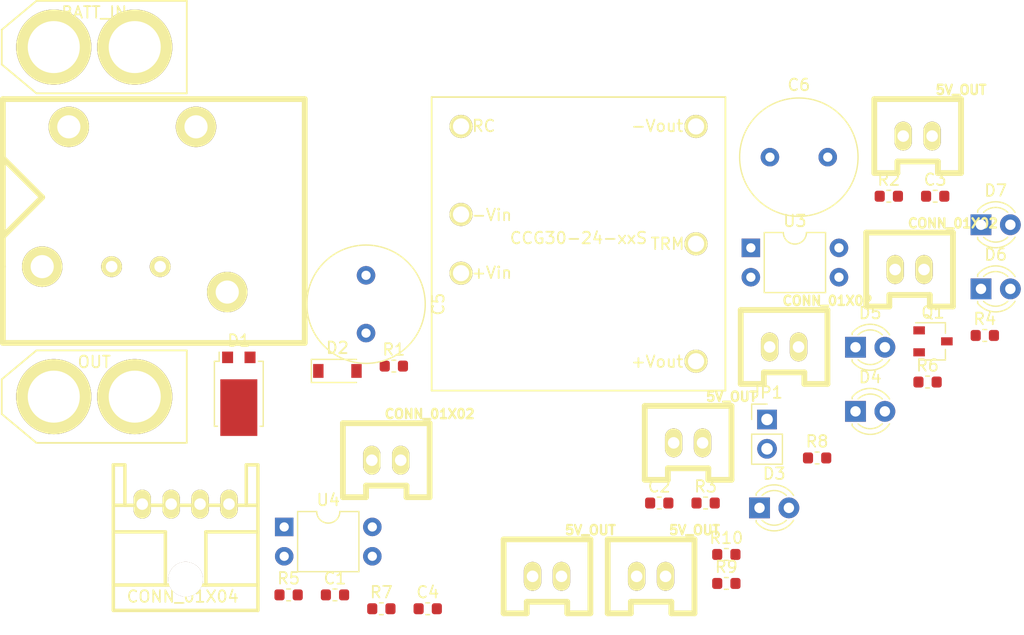
<source format=kicad_pcb>
(kicad_pcb (version 20171130) (host pcbnew "(5.1.2)-1")

  (general
    (thickness 1.6)
    (drawings 0)
    (tracks 0)
    (zones 0)
    (modules 39)
    (nets 24)
  )

  (page A4)
  (layers
    (0 F.Cu signal)
    (31 B.Cu signal)
    (32 B.Adhes user)
    (33 F.Adhes user)
    (34 B.Paste user)
    (35 F.Paste user)
    (36 B.SilkS user)
    (37 F.SilkS user)
    (38 B.Mask user)
    (39 F.Mask user)
    (40 Dwgs.User user)
    (41 Cmts.User user)
    (42 Eco1.User user)
    (43 Eco2.User user)
    (44 Edge.Cuts user)
    (45 Margin user)
    (46 B.CrtYd user)
    (47 F.CrtYd user)
    (48 B.Fab user)
    (49 F.Fab user)
  )

  (setup
    (last_trace_width 0.25)
    (trace_clearance 0.2)
    (zone_clearance 0.508)
    (zone_45_only no)
    (trace_min 0.2)
    (via_size 0.8)
    (via_drill 0.4)
    (via_min_size 0.4)
    (via_min_drill 0.3)
    (uvia_size 0.3)
    (uvia_drill 0.1)
    (uvias_allowed no)
    (uvia_min_size 0.2)
    (uvia_min_drill 0.1)
    (edge_width 0.05)
    (segment_width 0.2)
    (pcb_text_width 0.3)
    (pcb_text_size 1.5 1.5)
    (mod_edge_width 0.12)
    (mod_text_size 1 1)
    (mod_text_width 0.15)
    (pad_size 1.524 1.524)
    (pad_drill 0.762)
    (pad_to_mask_clearance 0.051)
    (solder_mask_min_width 0.25)
    (aux_axis_origin 0 0)
    (visible_elements FFFFFF7F)
    (pcbplotparams
      (layerselection 0x010fc_ffffffff)
      (usegerberextensions false)
      (usegerberattributes false)
      (usegerberadvancedattributes false)
      (creategerberjobfile false)
      (excludeedgelayer true)
      (linewidth 0.100000)
      (plotframeref false)
      (viasonmask false)
      (mode 1)
      (useauxorigin false)
      (hpglpennumber 1)
      (hpglpenspeed 20)
      (hpglpendiameter 15.000000)
      (psnegative false)
      (psa4output false)
      (plotreference true)
      (plotvalue true)
      (plotinvisibletext false)
      (padsonsilk false)
      (subtractmaskfromsilk false)
      (outputformat 1)
      (mirror false)
      (drillshape 1)
      (scaleselection 1)
      (outputdirectory ""))
  )

  (net 0 "")
  (net 1 +5V)
  (net 2 GND)
  (net 3 batt+)
  (net 4 GNDPWR)
  (net 5 "Net-(D1-Pad1)")
  (net 6 Coil)
  (net 7 "Net-(D2-Pad2)")
  (net 8 "Net-(D3-Pad2)")
  (net 9 "Net-(D4-Pad2)")
  (net 10 "Net-(D5-Pad2)")
  (net 11 "Net-(D6-Pad2)")
  (net 12 "Net-(D7-Pad2)")
  (net 13 OUT)
  (net 14 +BATT)
  (net 15 "Net-(P8-Pad1)")
  (net 16 /relayState)
  (net 17 /shutDown)
  (net 18 "Net-(P10-Pad2)")
  (net 19 "Net-(Q1-Pad1)")
  (net 20 "Net-(R1-Pad1)")
  (net 21 "Net-(R3-Pad2)")
  (net 22 "Net-(R4-Pad1)")
  (net 23 "Net-(U2-Pad5)")

  (net_class Default "これはデフォルトのネット クラスです。"
    (clearance 0.2)
    (trace_width 0.25)
    (via_dia 0.8)
    (via_drill 0.4)
    (uvia_dia 0.3)
    (uvia_drill 0.1)
    (add_net +5V)
    (add_net +BATT)
    (add_net /relayState)
    (add_net /shutDown)
    (add_net Coil)
    (add_net GND)
    (add_net GNDPWR)
    (add_net "Net-(D1-Pad1)")
    (add_net "Net-(D2-Pad2)")
    (add_net "Net-(D3-Pad2)")
    (add_net "Net-(D4-Pad2)")
    (add_net "Net-(D5-Pad2)")
    (add_net "Net-(D6-Pad2)")
    (add_net "Net-(D7-Pad2)")
    (add_net "Net-(P10-Pad2)")
    (add_net "Net-(P8-Pad1)")
    (add_net "Net-(Q1-Pad1)")
    (add_net "Net-(R1-Pad1)")
    (add_net "Net-(R3-Pad2)")
    (add_net "Net-(R4-Pad1)")
    (add_net "Net-(U2-Pad5)")
    (add_net OUT)
    (add_net batt+)
  )

  (module Capacitor_SMD:C_0603_1608Metric (layer F.Cu) (tedit 5B301BBE) (tstamp 5D10E0C7)
    (at 125.065001 125.655001)
    (descr "Capacitor SMD 0603 (1608 Metric), square (rectangular) end terminal, IPC_7351 nominal, (Body size source: http://www.tortai-tech.com/upload/download/2011102023233369053.pdf), generated with kicad-footprint-generator")
    (tags capacitor)
    (path /5D12E1D0)
    (attr smd)
    (fp_text reference C1 (at 0 -1.43) (layer F.SilkS)
      (effects (font (size 1 1) (thickness 0.15)))
    )
    (fp_text value C (at 0 1.43) (layer F.Fab)
      (effects (font (size 1 1) (thickness 0.15)))
    )
    (fp_text user %R (at 0 0) (layer F.Fab)
      (effects (font (size 0.4 0.4) (thickness 0.06)))
    )
    (fp_line (start 1.48 0.73) (end -1.48 0.73) (layer F.CrtYd) (width 0.05))
    (fp_line (start 1.48 -0.73) (end 1.48 0.73) (layer F.CrtYd) (width 0.05))
    (fp_line (start -1.48 -0.73) (end 1.48 -0.73) (layer F.CrtYd) (width 0.05))
    (fp_line (start -1.48 0.73) (end -1.48 -0.73) (layer F.CrtYd) (width 0.05))
    (fp_line (start -0.162779 0.51) (end 0.162779 0.51) (layer F.SilkS) (width 0.12))
    (fp_line (start -0.162779 -0.51) (end 0.162779 -0.51) (layer F.SilkS) (width 0.12))
    (fp_line (start 0.8 0.4) (end -0.8 0.4) (layer F.Fab) (width 0.1))
    (fp_line (start 0.8 -0.4) (end 0.8 0.4) (layer F.Fab) (width 0.1))
    (fp_line (start -0.8 -0.4) (end 0.8 -0.4) (layer F.Fab) (width 0.1))
    (fp_line (start -0.8 0.4) (end -0.8 -0.4) (layer F.Fab) (width 0.1))
    (pad 2 smd roundrect (at 0.7875 0) (size 0.875 0.95) (layers F.Cu F.Paste F.Mask) (roundrect_rratio 0.25)
      (net 1 +5V))
    (pad 1 smd roundrect (at -0.7875 0) (size 0.875 0.95) (layers F.Cu F.Paste F.Mask) (roundrect_rratio 0.25)
      (net 2 GND))
    (model ${KISYS3DMOD}/Capacitor_SMD.3dshapes/C_0603_1608Metric.wrl
      (at (xyz 0 0 0))
      (scale (xyz 1 1 1))
      (rotate (xyz 0 0 0))
    )
  )

  (module Capacitor_SMD:C_0603_1608Metric (layer F.Cu) (tedit 5B301BBE) (tstamp 5D10E0D8)
    (at 153.105001 117.705001)
    (descr "Capacitor SMD 0603 (1608 Metric), square (rectangular) end terminal, IPC_7351 nominal, (Body size source: http://www.tortai-tech.com/upload/download/2011102023233369053.pdf), generated with kicad-footprint-generator")
    (tags capacitor)
    (path /5D12FB2C)
    (attr smd)
    (fp_text reference C2 (at 0 -1.43) (layer F.SilkS)
      (effects (font (size 1 1) (thickness 0.15)))
    )
    (fp_text value C (at 0 1.43) (layer F.Fab)
      (effects (font (size 1 1) (thickness 0.15)))
    )
    (fp_line (start -0.8 0.4) (end -0.8 -0.4) (layer F.Fab) (width 0.1))
    (fp_line (start -0.8 -0.4) (end 0.8 -0.4) (layer F.Fab) (width 0.1))
    (fp_line (start 0.8 -0.4) (end 0.8 0.4) (layer F.Fab) (width 0.1))
    (fp_line (start 0.8 0.4) (end -0.8 0.4) (layer F.Fab) (width 0.1))
    (fp_line (start -0.162779 -0.51) (end 0.162779 -0.51) (layer F.SilkS) (width 0.12))
    (fp_line (start -0.162779 0.51) (end 0.162779 0.51) (layer F.SilkS) (width 0.12))
    (fp_line (start -1.48 0.73) (end -1.48 -0.73) (layer F.CrtYd) (width 0.05))
    (fp_line (start -1.48 -0.73) (end 1.48 -0.73) (layer F.CrtYd) (width 0.05))
    (fp_line (start 1.48 -0.73) (end 1.48 0.73) (layer F.CrtYd) (width 0.05))
    (fp_line (start 1.48 0.73) (end -1.48 0.73) (layer F.CrtYd) (width 0.05))
    (fp_text user %R (at 0 0) (layer F.Fab)
      (effects (font (size 0.4 0.4) (thickness 0.06)))
    )
    (pad 1 smd roundrect (at -0.7875 0) (size 0.875 0.95) (layers F.Cu F.Paste F.Mask) (roundrect_rratio 0.25)
      (net 2 GND))
    (pad 2 smd roundrect (at 0.7875 0) (size 0.875 0.95) (layers F.Cu F.Paste F.Mask) (roundrect_rratio 0.25)
      (net 1 +5V))
    (model ${KISYS3DMOD}/Capacitor_SMD.3dshapes/C_0603_1608Metric.wrl
      (at (xyz 0 0 0))
      (scale (xyz 1 1 1))
      (rotate (xyz 0 0 0))
    )
  )

  (module Capacitor_SMD:C_0603_1608Metric (layer F.Cu) (tedit 5B301BBE) (tstamp 5D10E0E9)
    (at 176.965001 91.155001)
    (descr "Capacitor SMD 0603 (1608 Metric), square (rectangular) end terminal, IPC_7351 nominal, (Body size source: http://www.tortai-tech.com/upload/download/2011102023233369053.pdf), generated with kicad-footprint-generator")
    (tags capacitor)
    (path /5D131287)
    (attr smd)
    (fp_text reference C3 (at 0 -1.43) (layer F.SilkS)
      (effects (font (size 1 1) (thickness 0.15)))
    )
    (fp_text value C (at 0 1.43) (layer F.Fab)
      (effects (font (size 1 1) (thickness 0.15)))
    )
    (fp_line (start -0.8 0.4) (end -0.8 -0.4) (layer F.Fab) (width 0.1))
    (fp_line (start -0.8 -0.4) (end 0.8 -0.4) (layer F.Fab) (width 0.1))
    (fp_line (start 0.8 -0.4) (end 0.8 0.4) (layer F.Fab) (width 0.1))
    (fp_line (start 0.8 0.4) (end -0.8 0.4) (layer F.Fab) (width 0.1))
    (fp_line (start -0.162779 -0.51) (end 0.162779 -0.51) (layer F.SilkS) (width 0.12))
    (fp_line (start -0.162779 0.51) (end 0.162779 0.51) (layer F.SilkS) (width 0.12))
    (fp_line (start -1.48 0.73) (end -1.48 -0.73) (layer F.CrtYd) (width 0.05))
    (fp_line (start -1.48 -0.73) (end 1.48 -0.73) (layer F.CrtYd) (width 0.05))
    (fp_line (start 1.48 -0.73) (end 1.48 0.73) (layer F.CrtYd) (width 0.05))
    (fp_line (start 1.48 0.73) (end -1.48 0.73) (layer F.CrtYd) (width 0.05))
    (fp_text user %R (at 0 0) (layer F.Fab)
      (effects (font (size 0.4 0.4) (thickness 0.06)))
    )
    (pad 1 smd roundrect (at -0.7875 0) (size 0.875 0.95) (layers F.Cu F.Paste F.Mask) (roundrect_rratio 0.25)
      (net 2 GND))
    (pad 2 smd roundrect (at 0.7875 0) (size 0.875 0.95) (layers F.Cu F.Paste F.Mask) (roundrect_rratio 0.25)
      (net 1 +5V))
    (model ${KISYS3DMOD}/Capacitor_SMD.3dshapes/C_0603_1608Metric.wrl
      (at (xyz 0 0 0))
      (scale (xyz 1 1 1))
      (rotate (xyz 0 0 0))
    )
  )

  (module Capacitor_SMD:C_0603_1608Metric (layer F.Cu) (tedit 5B301BBE) (tstamp 5D10E0FA)
    (at 133.085001 126.855001)
    (descr "Capacitor SMD 0603 (1608 Metric), square (rectangular) end terminal, IPC_7351 nominal, (Body size source: http://www.tortai-tech.com/upload/download/2011102023233369053.pdf), generated with kicad-footprint-generator")
    (tags capacitor)
    (path /5D1312B3)
    (attr smd)
    (fp_text reference C4 (at 0 -1.43) (layer F.SilkS)
      (effects (font (size 1 1) (thickness 0.15)))
    )
    (fp_text value C (at 0 1.43) (layer F.Fab)
      (effects (font (size 1 1) (thickness 0.15)))
    )
    (fp_text user %R (at 0 0) (layer F.Fab)
      (effects (font (size 0.4 0.4) (thickness 0.06)))
    )
    (fp_line (start 1.48 0.73) (end -1.48 0.73) (layer F.CrtYd) (width 0.05))
    (fp_line (start 1.48 -0.73) (end 1.48 0.73) (layer F.CrtYd) (width 0.05))
    (fp_line (start -1.48 -0.73) (end 1.48 -0.73) (layer F.CrtYd) (width 0.05))
    (fp_line (start -1.48 0.73) (end -1.48 -0.73) (layer F.CrtYd) (width 0.05))
    (fp_line (start -0.162779 0.51) (end 0.162779 0.51) (layer F.SilkS) (width 0.12))
    (fp_line (start -0.162779 -0.51) (end 0.162779 -0.51) (layer F.SilkS) (width 0.12))
    (fp_line (start 0.8 0.4) (end -0.8 0.4) (layer F.Fab) (width 0.1))
    (fp_line (start 0.8 -0.4) (end 0.8 0.4) (layer F.Fab) (width 0.1))
    (fp_line (start -0.8 -0.4) (end 0.8 -0.4) (layer F.Fab) (width 0.1))
    (fp_line (start -0.8 0.4) (end -0.8 -0.4) (layer F.Fab) (width 0.1))
    (pad 2 smd roundrect (at 0.7875 0) (size 0.875 0.95) (layers F.Cu F.Paste F.Mask) (roundrect_rratio 0.25)
      (net 1 +5V))
    (pad 1 smd roundrect (at -0.7875 0) (size 0.875 0.95) (layers F.Cu F.Paste F.Mask) (roundrect_rratio 0.25)
      (net 2 GND))
    (model ${KISYS3DMOD}/Capacitor_SMD.3dshapes/C_0603_1608Metric.wrl
      (at (xyz 0 0 0))
      (scale (xyz 1 1 1))
      (rotate (xyz 0 0 0))
    )
  )

  (module Capacitor_THT:C_Radial_D10.0mm_H16.0mm_P5.00mm (layer F.Cu) (tedit 5BC5C9BA) (tstamp 5D10E104)
    (at 127.75 98 270)
    (descr "C, Radial series, Radial, pin pitch=5.00mm, diameter=10mm, height=16mm, Non-Polar Electrolytic Capacitor")
    (tags "C Radial series Radial pin pitch 5.00mm diameter 10mm height 16mm Non-Polar Electrolytic Capacitor")
    (path /5D106695)
    (fp_text reference C5 (at 2.5 -6.25 90) (layer F.SilkS)
      (effects (font (size 1 1) (thickness 0.15)))
    )
    (fp_text value 470u (at 2.5 6.25 90) (layer F.Fab)
      (effects (font (size 1 1) (thickness 0.15)))
    )
    (fp_circle (center 2.5 0) (end 7.5 0) (layer F.Fab) (width 0.1))
    (fp_circle (center 2.5 0) (end 7.62 0) (layer F.SilkS) (width 0.12))
    (fp_circle (center 2.5 0) (end 7.75 0) (layer F.CrtYd) (width 0.05))
    (fp_text user %R (at 2.5 0 90) (layer F.Fab)
      (effects (font (size 1 1) (thickness 0.15)))
    )
    (pad 1 thru_hole circle (at 0 0 270) (size 1.6 1.6) (drill 0.8) (layers *.Cu *.Mask)
      (net 3 batt+))
    (pad 2 thru_hole circle (at 5 0 270) (size 1.6 1.6) (drill 0.8) (layers *.Cu *.Mask)
      (net 4 GNDPWR))
    (model ${KISYS3DMOD}/Capacitor_THT.3dshapes/C_Radial_D10.0mm_H16.0mm_P5.00mm.wrl
      (at (xyz 0 0 0))
      (scale (xyz 1 1 1))
      (rotate (xyz 0 0 0))
    )
  )

  (module Capacitor_THT:C_Radial_D10.0mm_H16.0mm_P5.00mm (layer F.Cu) (tedit 5BC5C9BA) (tstamp 5D10E10E)
    (at 162.675001 87.775001)
    (descr "C, Radial series, Radial, pin pitch=5.00mm, diameter=10mm, height=16mm, Non-Polar Electrolytic Capacitor")
    (tags "C Radial series Radial pin pitch 5.00mm diameter 10mm height 16mm Non-Polar Electrolytic Capacitor")
    (path /5D10D33F)
    (fp_text reference C6 (at 2.5 -6.25) (layer F.SilkS)
      (effects (font (size 1 1) (thickness 0.15)))
    )
    (fp_text value 470u (at 2.5 6.25) (layer F.Fab)
      (effects (font (size 1 1) (thickness 0.15)))
    )
    (fp_text user %R (at 2.5 0) (layer F.Fab)
      (effects (font (size 1 1) (thickness 0.15)))
    )
    (fp_circle (center 2.5 0) (end 7.75 0) (layer F.CrtYd) (width 0.05))
    (fp_circle (center 2.5 0) (end 7.62 0) (layer F.SilkS) (width 0.12))
    (fp_circle (center 2.5 0) (end 7.5 0) (layer F.Fab) (width 0.1))
    (pad 2 thru_hole circle (at 5 0) (size 1.6 1.6) (drill 0.8) (layers *.Cu *.Mask)
      (net 2 GND))
    (pad 1 thru_hole circle (at 0 0) (size 1.6 1.6) (drill 0.8) (layers *.Cu *.Mask)
      (net 1 +5V))
    (model ${KISYS3DMOD}/Capacitor_THT.3dshapes/C_Radial_D10.0mm_H16.0mm_P5.00mm.wrl
      (at (xyz 0 0 0))
      (scale (xyz 1 1 1))
      (rotate (xyz 0 0 0))
    )
  )

  (module Package_TO_SOT_SMD:TO-277B (layer F.Cu) (tedit 5A747234) (tstamp 5D10E134)
    (at 116.75 108.25)
    (descr "TO-227B https://media.digikey.com/pdf/Data%20Sheets/Littelfuse%20PDFs/DST2050S.pdf")
    (tags TO-277B)
    (path /5D10B9D0)
    (attr smd)
    (fp_text reference D1 (at 0 -4.6 180) (layer F.SilkS)
      (effects (font (size 1 1) (thickness 0.15)))
    )
    (fp_text value SBRDIODE (at 0 4.7 180) (layer F.Fab)
      (effects (font (size 1 1) (thickness 0.15)))
    )
    (fp_text user %R (at 0 0) (layer F.Fab)
      (effects (font (size 0.9 0.9) (thickness 0.15)))
    )
    (fp_line (start 2.11 -2.81) (end 1.7 -2.81) (layer F.SilkS) (width 0.12))
    (fp_line (start -1.7 -2.81) (end -2.11 -2.81) (layer F.SilkS) (width 0.12))
    (fp_line (start -2.11 -2.81) (end -2.11 2.81) (layer F.SilkS) (width 0.12))
    (fp_line (start 2.11 2.81) (end 2.11 -2.81) (layer F.SilkS) (width 0.12))
    (fp_line (start 1.99 2.69) (end 1.99 -2.69) (layer F.Fab) (width 0.1))
    (fp_line (start 1.99 -2.69) (end -1 -2.69) (layer F.Fab) (width 0.1))
    (fp_line (start -1.99 -1.69) (end -1.99 2.69) (layer F.Fab) (width 0.1))
    (fp_line (start -1.99 2.69) (end 1.99 2.69) (layer F.Fab) (width 0.1))
    (fp_line (start 1.85 3.9) (end -1.85 3.9) (layer F.CrtYd) (width 0.05))
    (fp_line (start 2.24 2.94) (end 2.24 -2.94) (layer F.CrtYd) (width 0.05))
    (fp_line (start -2.24 -2.94) (end -2.24 2.94) (layer F.CrtYd) (width 0.05))
    (fp_line (start -1.7 -3.9) (end 1.7 -3.9) (layer F.CrtYd) (width 0.05))
    (fp_line (start -1.7 -2.81) (end -1.7 -3.6) (layer F.SilkS) (width 0.12))
    (fp_line (start 2.11 2.81) (end 1.85 2.81) (layer F.SilkS) (width 0.12))
    (fp_line (start -1.85 2.81) (end -2.11 2.81) (layer F.SilkS) (width 0.12))
    (fp_line (start -1.99 -1.69) (end -0.99 -2.69) (layer F.Fab) (width 0.1))
    (fp_line (start -2.24 -2.94) (end -1.7 -2.94) (layer F.CrtYd) (width 0.05))
    (fp_line (start -1.7 -2.94) (end -1.7 -3.9) (layer F.CrtYd) (width 0.05))
    (fp_line (start 1.7 -2.94) (end 1.7 -3.9) (layer F.CrtYd) (width 0.05))
    (fp_line (start 1.7 -2.94) (end 2.24 -2.94) (layer F.CrtYd) (width 0.05))
    (fp_line (start -2.24 2.94) (end -1.85 2.94) (layer F.CrtYd) (width 0.05))
    (fp_line (start -1.85 3.9) (end -1.85 2.94) (layer F.CrtYd) (width 0.05))
    (fp_line (start 1.85 3.9) (end 1.85 2.94) (layer F.CrtYd) (width 0.05))
    (fp_line (start 1.85 2.94) (end 2.24 2.94) (layer F.CrtYd) (width 0.05))
    (pad 1 smd rect (at -0.97 -3.15) (size 0.95 1) (layers F.Cu F.Paste F.Mask)
      (net 5 "Net-(D1-Pad1)"))
    (pad 3 smd rect (at 0 1.2) (size 3.2 4.9) (layers F.Cu F.Mask)
      (net 3 batt+))
    (pad 2 smd rect (at 0.97 -3.15) (size 0.95 1) (layers F.Cu F.Paste F.Mask)
      (net 5 "Net-(D1-Pad1)"))
    (pad "" smd rect (at -0.9 -0.6) (size 1.3 1.2) (layers F.Paste))
    (pad "" smd rect (at -0.9 1.2) (size 1.3 1.2) (layers F.Paste))
    (pad "" smd rect (at 0.9 -0.6) (size 1.3 1.2) (layers F.Paste))
    (pad "" smd rect (at 0.9 1.2) (size 1.3 1.2) (layers F.Paste))
    (pad "" smd rect (at -0.9 3) (size 1.3 1.2) (layers F.Paste))
    (pad "" smd rect (at 0.9 3) (size 1.3 1.2) (layers F.Paste))
    (model ${KISYS3DMOD}/Package_TO_SOT_SMD.3dshapes/TO-277B.wrl
      (at (xyz 0 0 0))
      (scale (xyz 1 1 1))
      (rotate (xyz 0 0 0))
    )
  )

  (module Diode_SMD:D_SOD-123 (layer F.Cu) (tedit 58645DC7) (tstamp 5D10E14D)
    (at 125.275001 106.275001)
    (descr SOD-123)
    (tags SOD-123)
    (path /5D10EF79)
    (attr smd)
    (fp_text reference D2 (at 0 -2) (layer F.SilkS)
      (effects (font (size 1 1) (thickness 0.15)))
    )
    (fp_text value DIODE (at 0 2.1) (layer F.Fab)
      (effects (font (size 1 1) (thickness 0.15)))
    )
    (fp_text user %R (at 0 -2) (layer F.Fab)
      (effects (font (size 1 1) (thickness 0.15)))
    )
    (fp_line (start -2.25 -1) (end -2.25 1) (layer F.SilkS) (width 0.12))
    (fp_line (start 0.25 0) (end 0.75 0) (layer F.Fab) (width 0.1))
    (fp_line (start 0.25 0.4) (end -0.35 0) (layer F.Fab) (width 0.1))
    (fp_line (start 0.25 -0.4) (end 0.25 0.4) (layer F.Fab) (width 0.1))
    (fp_line (start -0.35 0) (end 0.25 -0.4) (layer F.Fab) (width 0.1))
    (fp_line (start -0.35 0) (end -0.35 0.55) (layer F.Fab) (width 0.1))
    (fp_line (start -0.35 0) (end -0.35 -0.55) (layer F.Fab) (width 0.1))
    (fp_line (start -0.75 0) (end -0.35 0) (layer F.Fab) (width 0.1))
    (fp_line (start -1.4 0.9) (end -1.4 -0.9) (layer F.Fab) (width 0.1))
    (fp_line (start 1.4 0.9) (end -1.4 0.9) (layer F.Fab) (width 0.1))
    (fp_line (start 1.4 -0.9) (end 1.4 0.9) (layer F.Fab) (width 0.1))
    (fp_line (start -1.4 -0.9) (end 1.4 -0.9) (layer F.Fab) (width 0.1))
    (fp_line (start -2.35 -1.15) (end 2.35 -1.15) (layer F.CrtYd) (width 0.05))
    (fp_line (start 2.35 -1.15) (end 2.35 1.15) (layer F.CrtYd) (width 0.05))
    (fp_line (start 2.35 1.15) (end -2.35 1.15) (layer F.CrtYd) (width 0.05))
    (fp_line (start -2.35 -1.15) (end -2.35 1.15) (layer F.CrtYd) (width 0.05))
    (fp_line (start -2.25 1) (end 1.65 1) (layer F.SilkS) (width 0.12))
    (fp_line (start -2.25 -1) (end 1.65 -1) (layer F.SilkS) (width 0.12))
    (pad 1 smd rect (at -1.65 0) (size 0.9 1.2) (layers F.Cu F.Paste F.Mask)
      (net 6 Coil))
    (pad 2 smd rect (at 1.65 0) (size 0.9 1.2) (layers F.Cu F.Paste F.Mask)
      (net 7 "Net-(D2-Pad2)"))
    (model ${KISYS3DMOD}/Diode_SMD.3dshapes/D_SOD-123.wrl
      (at (xyz 0 0 0))
      (scale (xyz 1 1 1))
      (rotate (xyz 0 0 0))
    )
  )

  (module LED_THT:LED_D3.0mm (layer F.Cu) (tedit 587A3A7B) (tstamp 5D10E160)
    (at 161.775001 118.125001)
    (descr "LED, diameter 3.0mm, 2 pins")
    (tags "LED diameter 3.0mm 2 pins")
    (path /5D111C22)
    (fp_text reference D3 (at 1.27 -2.96) (layer F.SilkS)
      (effects (font (size 1 1) (thickness 0.15)))
    )
    (fp_text value LED (at 1.27 2.96) (layer F.Fab)
      (effects (font (size 1 1) (thickness 0.15)))
    )
    (fp_arc (start 1.27 0) (end -0.23 -1.16619) (angle 284.3) (layer F.Fab) (width 0.1))
    (fp_arc (start 1.27 0) (end -0.29 -1.235516) (angle 108.8) (layer F.SilkS) (width 0.12))
    (fp_arc (start 1.27 0) (end -0.29 1.235516) (angle -108.8) (layer F.SilkS) (width 0.12))
    (fp_arc (start 1.27 0) (end 0.229039 -1.08) (angle 87.9) (layer F.SilkS) (width 0.12))
    (fp_arc (start 1.27 0) (end 0.229039 1.08) (angle -87.9) (layer F.SilkS) (width 0.12))
    (fp_circle (center 1.27 0) (end 2.77 0) (layer F.Fab) (width 0.1))
    (fp_line (start -0.23 -1.16619) (end -0.23 1.16619) (layer F.Fab) (width 0.1))
    (fp_line (start -0.29 -1.236) (end -0.29 -1.08) (layer F.SilkS) (width 0.12))
    (fp_line (start -0.29 1.08) (end -0.29 1.236) (layer F.SilkS) (width 0.12))
    (fp_line (start -1.15 -2.25) (end -1.15 2.25) (layer F.CrtYd) (width 0.05))
    (fp_line (start -1.15 2.25) (end 3.7 2.25) (layer F.CrtYd) (width 0.05))
    (fp_line (start 3.7 2.25) (end 3.7 -2.25) (layer F.CrtYd) (width 0.05))
    (fp_line (start 3.7 -2.25) (end -1.15 -2.25) (layer F.CrtYd) (width 0.05))
    (pad 1 thru_hole rect (at 0 0) (size 1.8 1.8) (drill 0.9) (layers *.Cu *.Mask)
      (net 4 GNDPWR))
    (pad 2 thru_hole circle (at 2.54 0) (size 1.8 1.8) (drill 0.9) (layers *.Cu *.Mask)
      (net 8 "Net-(D3-Pad2)"))
    (model ${KISYS3DMOD}/LED_THT.3dshapes/LED_D3.0mm.wrl
      (at (xyz 0 0 0))
      (scale (xyz 1 1 1))
      (rotate (xyz 0 0 0))
    )
  )

  (module LED_THT:LED_D3.0mm (layer F.Cu) (tedit 587A3A7B) (tstamp 5D10E173)
    (at 170.075001 109.775001)
    (descr "LED, diameter 3.0mm, 2 pins")
    (tags "LED diameter 3.0mm 2 pins")
    (path /5D1122F9)
    (fp_text reference D4 (at 1.27 -2.96) (layer F.SilkS)
      (effects (font (size 1 1) (thickness 0.15)))
    )
    (fp_text value LED (at 1.27 2.96) (layer F.Fab)
      (effects (font (size 1 1) (thickness 0.15)))
    )
    (fp_line (start 3.7 -2.25) (end -1.15 -2.25) (layer F.CrtYd) (width 0.05))
    (fp_line (start 3.7 2.25) (end 3.7 -2.25) (layer F.CrtYd) (width 0.05))
    (fp_line (start -1.15 2.25) (end 3.7 2.25) (layer F.CrtYd) (width 0.05))
    (fp_line (start -1.15 -2.25) (end -1.15 2.25) (layer F.CrtYd) (width 0.05))
    (fp_line (start -0.29 1.08) (end -0.29 1.236) (layer F.SilkS) (width 0.12))
    (fp_line (start -0.29 -1.236) (end -0.29 -1.08) (layer F.SilkS) (width 0.12))
    (fp_line (start -0.23 -1.16619) (end -0.23 1.16619) (layer F.Fab) (width 0.1))
    (fp_circle (center 1.27 0) (end 2.77 0) (layer F.Fab) (width 0.1))
    (fp_arc (start 1.27 0) (end 0.229039 1.08) (angle -87.9) (layer F.SilkS) (width 0.12))
    (fp_arc (start 1.27 0) (end 0.229039 -1.08) (angle 87.9) (layer F.SilkS) (width 0.12))
    (fp_arc (start 1.27 0) (end -0.29 1.235516) (angle -108.8) (layer F.SilkS) (width 0.12))
    (fp_arc (start 1.27 0) (end -0.29 -1.235516) (angle 108.8) (layer F.SilkS) (width 0.12))
    (fp_arc (start 1.27 0) (end -0.23 -1.16619) (angle 284.3) (layer F.Fab) (width 0.1))
    (pad 2 thru_hole circle (at 2.54 0) (size 1.8 1.8) (drill 0.9) (layers *.Cu *.Mask)
      (net 9 "Net-(D4-Pad2)"))
    (pad 1 thru_hole rect (at 0 0) (size 1.8 1.8) (drill 0.9) (layers *.Cu *.Mask)
      (net 4 GNDPWR))
    (model ${KISYS3DMOD}/LED_THT.3dshapes/LED_D3.0mm.wrl
      (at (xyz 0 0 0))
      (scale (xyz 1 1 1))
      (rotate (xyz 0 0 0))
    )
  )

  (module LED_THT:LED_D3.0mm (layer F.Cu) (tedit 587A3A7B) (tstamp 5D10E186)
    (at 170.075001 104.225001)
    (descr "LED, diameter 3.0mm, 2 pins")
    (tags "LED diameter 3.0mm 2 pins")
    (path /5D112BFE)
    (fp_text reference D5 (at 1.27 -2.96) (layer F.SilkS)
      (effects (font (size 1 1) (thickness 0.15)))
    )
    (fp_text value LED (at 1.27 2.96) (layer F.Fab)
      (effects (font (size 1 1) (thickness 0.15)))
    )
    (fp_arc (start 1.27 0) (end -0.23 -1.16619) (angle 284.3) (layer F.Fab) (width 0.1))
    (fp_arc (start 1.27 0) (end -0.29 -1.235516) (angle 108.8) (layer F.SilkS) (width 0.12))
    (fp_arc (start 1.27 0) (end -0.29 1.235516) (angle -108.8) (layer F.SilkS) (width 0.12))
    (fp_arc (start 1.27 0) (end 0.229039 -1.08) (angle 87.9) (layer F.SilkS) (width 0.12))
    (fp_arc (start 1.27 0) (end 0.229039 1.08) (angle -87.9) (layer F.SilkS) (width 0.12))
    (fp_circle (center 1.27 0) (end 2.77 0) (layer F.Fab) (width 0.1))
    (fp_line (start -0.23 -1.16619) (end -0.23 1.16619) (layer F.Fab) (width 0.1))
    (fp_line (start -0.29 -1.236) (end -0.29 -1.08) (layer F.SilkS) (width 0.12))
    (fp_line (start -0.29 1.08) (end -0.29 1.236) (layer F.SilkS) (width 0.12))
    (fp_line (start -1.15 -2.25) (end -1.15 2.25) (layer F.CrtYd) (width 0.05))
    (fp_line (start -1.15 2.25) (end 3.7 2.25) (layer F.CrtYd) (width 0.05))
    (fp_line (start 3.7 2.25) (end 3.7 -2.25) (layer F.CrtYd) (width 0.05))
    (fp_line (start 3.7 -2.25) (end -1.15 -2.25) (layer F.CrtYd) (width 0.05))
    (pad 1 thru_hole rect (at 0 0) (size 1.8 1.8) (drill 0.9) (layers *.Cu *.Mask)
      (net 4 GNDPWR))
    (pad 2 thru_hole circle (at 2.54 0) (size 1.8 1.8) (drill 0.9) (layers *.Cu *.Mask)
      (net 10 "Net-(D5-Pad2)"))
    (model ${KISYS3DMOD}/LED_THT.3dshapes/LED_D3.0mm.wrl
      (at (xyz 0 0 0))
      (scale (xyz 1 1 1))
      (rotate (xyz 0 0 0))
    )
  )

  (module LED_THT:LED_D3.0mm (layer F.Cu) (tedit 587A3A7B) (tstamp 5D10E199)
    (at 180.925001 99.175001)
    (descr "LED, diameter 3.0mm, 2 pins")
    (tags "LED diameter 3.0mm 2 pins")
    (path /5D112C12)
    (fp_text reference D6 (at 1.27 -2.96) (layer F.SilkS)
      (effects (font (size 1 1) (thickness 0.15)))
    )
    (fp_text value LED (at 1.27 2.96) (layer F.Fab)
      (effects (font (size 1 1) (thickness 0.15)))
    )
    (fp_line (start 3.7 -2.25) (end -1.15 -2.25) (layer F.CrtYd) (width 0.05))
    (fp_line (start 3.7 2.25) (end 3.7 -2.25) (layer F.CrtYd) (width 0.05))
    (fp_line (start -1.15 2.25) (end 3.7 2.25) (layer F.CrtYd) (width 0.05))
    (fp_line (start -1.15 -2.25) (end -1.15 2.25) (layer F.CrtYd) (width 0.05))
    (fp_line (start -0.29 1.08) (end -0.29 1.236) (layer F.SilkS) (width 0.12))
    (fp_line (start -0.29 -1.236) (end -0.29 -1.08) (layer F.SilkS) (width 0.12))
    (fp_line (start -0.23 -1.16619) (end -0.23 1.16619) (layer F.Fab) (width 0.1))
    (fp_circle (center 1.27 0) (end 2.77 0) (layer F.Fab) (width 0.1))
    (fp_arc (start 1.27 0) (end 0.229039 1.08) (angle -87.9) (layer F.SilkS) (width 0.12))
    (fp_arc (start 1.27 0) (end 0.229039 -1.08) (angle 87.9) (layer F.SilkS) (width 0.12))
    (fp_arc (start 1.27 0) (end -0.29 1.235516) (angle -108.8) (layer F.SilkS) (width 0.12))
    (fp_arc (start 1.27 0) (end -0.29 -1.235516) (angle 108.8) (layer F.SilkS) (width 0.12))
    (fp_arc (start 1.27 0) (end -0.23 -1.16619) (angle 284.3) (layer F.Fab) (width 0.1))
    (pad 2 thru_hole circle (at 2.54 0) (size 1.8 1.8) (drill 0.9) (layers *.Cu *.Mask)
      (net 11 "Net-(D6-Pad2)"))
    (pad 1 thru_hole rect (at 0 0) (size 1.8 1.8) (drill 0.9) (layers *.Cu *.Mask)
      (net 4 GNDPWR))
    (model ${KISYS3DMOD}/LED_THT.3dshapes/LED_D3.0mm.wrl
      (at (xyz 0 0 0))
      (scale (xyz 1 1 1))
      (rotate (xyz 0 0 0))
    )
  )

  (module LED_THT:LED_D3.0mm (layer F.Cu) (tedit 587A3A7B) (tstamp 5D10E1AC)
    (at 180.925001 93.625001)
    (descr "LED, diameter 3.0mm, 2 pins")
    (tags "LED diameter 3.0mm 2 pins")
    (path /5D115750)
    (fp_text reference D7 (at 1.27 -2.96) (layer F.SilkS)
      (effects (font (size 1 1) (thickness 0.15)))
    )
    (fp_text value LED (at 1.27 2.96) (layer F.Fab)
      (effects (font (size 1 1) (thickness 0.15)))
    )
    (fp_arc (start 1.27 0) (end -0.23 -1.16619) (angle 284.3) (layer F.Fab) (width 0.1))
    (fp_arc (start 1.27 0) (end -0.29 -1.235516) (angle 108.8) (layer F.SilkS) (width 0.12))
    (fp_arc (start 1.27 0) (end -0.29 1.235516) (angle -108.8) (layer F.SilkS) (width 0.12))
    (fp_arc (start 1.27 0) (end 0.229039 -1.08) (angle 87.9) (layer F.SilkS) (width 0.12))
    (fp_arc (start 1.27 0) (end 0.229039 1.08) (angle -87.9) (layer F.SilkS) (width 0.12))
    (fp_circle (center 1.27 0) (end 2.77 0) (layer F.Fab) (width 0.1))
    (fp_line (start -0.23 -1.16619) (end -0.23 1.16619) (layer F.Fab) (width 0.1))
    (fp_line (start -0.29 -1.236) (end -0.29 -1.08) (layer F.SilkS) (width 0.12))
    (fp_line (start -0.29 1.08) (end -0.29 1.236) (layer F.SilkS) (width 0.12))
    (fp_line (start -1.15 -2.25) (end -1.15 2.25) (layer F.CrtYd) (width 0.05))
    (fp_line (start -1.15 2.25) (end 3.7 2.25) (layer F.CrtYd) (width 0.05))
    (fp_line (start 3.7 2.25) (end 3.7 -2.25) (layer F.CrtYd) (width 0.05))
    (fp_line (start 3.7 -2.25) (end -1.15 -2.25) (layer F.CrtYd) (width 0.05))
    (pad 1 thru_hole rect (at 0 0) (size 1.8 1.8) (drill 0.9) (layers *.Cu *.Mask)
      (net 2 GND))
    (pad 2 thru_hole circle (at 2.54 0) (size 1.8 1.8) (drill 0.9) (layers *.Cu *.Mask)
      (net 12 "Net-(D7-Pad2)"))
    (model ${KISYS3DMOD}/LED_THT.3dshapes/LED_D3.0mm.wrl
      (at (xyz 0 0 0))
      (scale (xyz 1 1 1))
      (rotate (xyz 0 0 0))
    )
  )

  (module Connector_PinHeader_2.54mm:PinHeader_1x02_P2.54mm_Vertical (layer F.Cu) (tedit 59FED5CC) (tstamp 5D10E1C2)
    (at 162.425001 110.475001)
    (descr "Through hole straight pin header, 1x02, 2.54mm pitch, single row")
    (tags "Through hole pin header THT 1x02 2.54mm single row")
    (path /5D118F3C)
    (fp_text reference JP1 (at 0 -2.33) (layer F.SilkS)
      (effects (font (size 1 1) (thickness 0.15)))
    )
    (fp_text value Relay_JP (at 0 4.87) (layer F.Fab)
      (effects (font (size 1 1) (thickness 0.15)))
    )
    (fp_line (start -0.635 -1.27) (end 1.27 -1.27) (layer F.Fab) (width 0.1))
    (fp_line (start 1.27 -1.27) (end 1.27 3.81) (layer F.Fab) (width 0.1))
    (fp_line (start 1.27 3.81) (end -1.27 3.81) (layer F.Fab) (width 0.1))
    (fp_line (start -1.27 3.81) (end -1.27 -0.635) (layer F.Fab) (width 0.1))
    (fp_line (start -1.27 -0.635) (end -0.635 -1.27) (layer F.Fab) (width 0.1))
    (fp_line (start -1.33 3.87) (end 1.33 3.87) (layer F.SilkS) (width 0.12))
    (fp_line (start -1.33 1.27) (end -1.33 3.87) (layer F.SilkS) (width 0.12))
    (fp_line (start 1.33 1.27) (end 1.33 3.87) (layer F.SilkS) (width 0.12))
    (fp_line (start -1.33 1.27) (end 1.33 1.27) (layer F.SilkS) (width 0.12))
    (fp_line (start -1.33 0) (end -1.33 -1.33) (layer F.SilkS) (width 0.12))
    (fp_line (start -1.33 -1.33) (end 0 -1.33) (layer F.SilkS) (width 0.12))
    (fp_line (start -1.8 -1.8) (end -1.8 4.35) (layer F.CrtYd) (width 0.05))
    (fp_line (start -1.8 4.35) (end 1.8 4.35) (layer F.CrtYd) (width 0.05))
    (fp_line (start 1.8 4.35) (end 1.8 -1.8) (layer F.CrtYd) (width 0.05))
    (fp_line (start 1.8 -1.8) (end -1.8 -1.8) (layer F.CrtYd) (width 0.05))
    (fp_text user %R (at 0 1.27 90) (layer F.Fab)
      (effects (font (size 1 1) (thickness 0.15)))
    )
    (pad 1 thru_hole rect (at 0 0) (size 1.7 1.7) (drill 1) (layers *.Cu *.Mask)
      (net 4 GNDPWR))
    (pad 2 thru_hole oval (at 0 2.54) (size 1.7 1.7) (drill 1) (layers *.Cu *.Mask)
      (net 7 "Net-(D2-Pad2)"))
    (model ${KISYS3DMOD}/Connector_PinHeader_2.54mm.3dshapes/PinHeader_1x02_P2.54mm_Vertical.wrl
      (at (xyz 0 0 0))
      (scale (xyz 1 1 1))
      (rotate (xyz 0 0 0))
    )
  )

  (module Mizz_lib:XT60_F (layer F.Cu) (tedit 5D00BA1D) (tstamp 5D10E1CE)
    (at 104.25 108.5)
    (path /5D12B8D3)
    (fp_text reference P1 (at 0 3) (layer F.Fab)
      (effects (font (size 1 1) (thickness 0.15)))
    )
    (fp_text value OUT (at 0 -3) (layer F.SilkS)
      (effects (font (size 1 1) (thickness 0.15)))
    )
    (fp_line (start 8 -4) (end 8 4) (layer F.SilkS) (width 0.15))
    (fp_line (start -8 -1.5) (end -8 1.5) (layer F.SilkS) (width 0.15))
    (fp_line (start -5 -4) (end 8 -4) (layer F.SilkS) (width 0.15))
    (fp_line (start -8 -1.5) (end -5 -4) (layer F.SilkS) (width 0.15))
    (fp_line (start -5 4) (end 8 4) (layer F.SilkS) (width 0.15))
    (fp_line (start -8 1.5) (end -5 4) (layer F.SilkS) (width 0.15))
    (pad 2 thru_hole circle (at 3.5 0) (size 6.5 6.5) (drill 4.5) (layers *.Cu *.Mask F.SilkS)
      (net 13 OUT))
    (pad 1 thru_hole circle (at -3.5 0) (size 6.5 6.5) (drill 4.5) (layers *.Cu *.Mask F.SilkS)
      (net 4 GNDPWR))
    (model "C:/Users/81906/Documents/Ki-Cad_Lib/3Dmodel/XT60_f/XT60 Buchse.stp"
      (at (xyz 0 0 0))
      (scale (xyz 1 1 1))
      (rotate (xyz 0 0 0))
    )
  )

  (module Mizz_lib:XA_2P (layer F.Cu) (tedit 5CFF4DEE) (tstamp 5D10E1DC)
    (at 142.150001 124.050001)
    (path /5D12C9BB)
    (fp_text reference P2 (at 1.25 -4.25) (layer F.SilkS) hide
      (effects (font (size 1 1) (thickness 0.15)))
    )
    (fp_text value 5V_OUT (at 5 -4) (layer F.SilkS)
      (effects (font (size 0.8 0.8) (thickness 0.2)))
    )
    (fp_line (start 5 -3.2) (end -2.5 -3.2) (layer F.SilkS) (width 0.5))
    (fp_line (start 5 3.2) (end 5 -3.2) (layer F.SilkS) (width 0.5))
    (fp_line (start -2.5 -3.2) (end -2.5 3.2) (layer F.SilkS) (width 0.5))
    (fp_line (start 3 3.2) (end 5 3.2) (layer F.SilkS) (width 0.5))
    (fp_line (start 3 2.2) (end 3 3.2) (layer F.SilkS) (width 0.5))
    (fp_line (start -0.5 2.2) (end 3 2.2) (layer F.SilkS) (width 0.5))
    (fp_line (start -0.5 3.2) (end -0.5 2.2) (layer F.SilkS) (width 0.5))
    (fp_line (start -2.5 3.2) (end -0.5 3.2) (layer F.SilkS) (width 0.5))
    (pad 1 thru_hole oval (at 2.5 0) (size 1.5 2.5) (drill 1) (layers *.Cu *.Mask F.SilkS)
      (net 2 GND))
    (pad 2 thru_hole oval (at 0 0) (size 1.5 2.5) (drill 1) (layers *.Cu *.Mask F.SilkS)
      (net 1 +5V))
    (model C:/Users/81906/Documents/Ki-Cad_Lib/3Dmodel/B02B-XASK-1N/B02B-XASK-1N.STEP
      (offset (xyz 1.25 0 0))
      (scale (xyz 1 1 1))
      (rotate (xyz -90 0 0))
    )
  )

  (module Mizz_lib:XA_2P (layer F.Cu) (tedit 5CFF4DEE) (tstamp 5D10E1EA)
    (at 174.200001 85.950001)
    (path /5D12FB0E)
    (fp_text reference P3 (at 1.25 -4.25) (layer F.SilkS) hide
      (effects (font (size 1 1) (thickness 0.15)))
    )
    (fp_text value 5V_OUT (at 5 -4) (layer F.SilkS)
      (effects (font (size 0.8 0.8) (thickness 0.2)))
    )
    (fp_line (start 5 -3.2) (end -2.5 -3.2) (layer F.SilkS) (width 0.5))
    (fp_line (start 5 3.2) (end 5 -3.2) (layer F.SilkS) (width 0.5))
    (fp_line (start -2.5 -3.2) (end -2.5 3.2) (layer F.SilkS) (width 0.5))
    (fp_line (start 3 3.2) (end 5 3.2) (layer F.SilkS) (width 0.5))
    (fp_line (start 3 2.2) (end 3 3.2) (layer F.SilkS) (width 0.5))
    (fp_line (start -0.5 2.2) (end 3 2.2) (layer F.SilkS) (width 0.5))
    (fp_line (start -0.5 3.2) (end -0.5 2.2) (layer F.SilkS) (width 0.5))
    (fp_line (start -2.5 3.2) (end -0.5 3.2) (layer F.SilkS) (width 0.5))
    (pad 1 thru_hole oval (at 2.5 0) (size 1.5 2.5) (drill 1) (layers *.Cu *.Mask F.SilkS)
      (net 2 GND))
    (pad 2 thru_hole oval (at 0 0) (size 1.5 2.5) (drill 1) (layers *.Cu *.Mask F.SilkS)
      (net 1 +5V))
    (model C:/Users/81906/Documents/Ki-Cad_Lib/3Dmodel/B02B-XASK-1N/B02B-XASK-1N.STEP
      (offset (xyz 1.25 0 0))
      (scale (xyz 1 1 1))
      (rotate (xyz -90 0 0))
    )
  )

  (module Mizz_lib:XT60_M (layer F.Cu) (tedit 5D00BA3A) (tstamp 5D10E1F6)
    (at 104.25 78.25)
    (path /5D106A36)
    (fp_text reference P4 (at 0 3) (layer F.Fab)
      (effects (font (size 1 1) (thickness 0.15)))
    )
    (fp_text value BATT_IN (at 0 -3) (layer F.SilkS)
      (effects (font (size 1 1) (thickness 0.15)))
    )
    (fp_line (start 8 -4) (end 8 4) (layer F.SilkS) (width 0.15))
    (fp_line (start -8 -1.5) (end -8 1.5) (layer F.SilkS) (width 0.15))
    (fp_line (start -5 -4) (end 8 -4) (layer F.SilkS) (width 0.15))
    (fp_line (start -8 -1.5) (end -5 -4) (layer F.SilkS) (width 0.15))
    (fp_line (start -5 4) (end 8 4) (layer F.SilkS) (width 0.15))
    (fp_line (start -8 1.5) (end -5 4) (layer F.SilkS) (width 0.15))
    (pad 2 thru_hole circle (at 3.5 0) (size 6.5 6.5) (drill 4.5) (layers *.Cu *.Mask F.SilkS)
      (net 14 +BATT))
    (pad 1 thru_hole circle (at -3.5 0) (size 6.5 6.5) (drill 4.5) (layers *.Cu *.Mask F.SilkS)
      (net 4 GNDPWR))
    (model "C:/Users/81906/Documents/Ki-Cad_Lib/3Dmodel/XT60_m/XT60 Stecker.stp"
      (at (xyz 0 0 0))
      (scale (xyz 1 1 1))
      (rotate (xyz 0 0 0))
    )
  )

  (module Mizz_lib:XA_2P (layer F.Cu) (tedit 5CFF4DEE) (tstamp 5D10E204)
    (at 128.25 114)
    (path /5D107208)
    (fp_text reference P5 (at 1.25 -4.25) (layer F.SilkS) hide
      (effects (font (size 1 1) (thickness 0.15)))
    )
    (fp_text value CONN_01X02 (at 5 -4) (layer F.SilkS)
      (effects (font (size 0.8 0.8) (thickness 0.2)))
    )
    (fp_line (start -2.5 3.2) (end -0.5 3.2) (layer F.SilkS) (width 0.5))
    (fp_line (start -0.5 3.2) (end -0.5 2.2) (layer F.SilkS) (width 0.5))
    (fp_line (start -0.5 2.2) (end 3 2.2) (layer F.SilkS) (width 0.5))
    (fp_line (start 3 2.2) (end 3 3.2) (layer F.SilkS) (width 0.5))
    (fp_line (start 3 3.2) (end 5 3.2) (layer F.SilkS) (width 0.5))
    (fp_line (start -2.5 -3.2) (end -2.5 3.2) (layer F.SilkS) (width 0.5))
    (fp_line (start 5 3.2) (end 5 -3.2) (layer F.SilkS) (width 0.5))
    (fp_line (start 5 -3.2) (end -2.5 -3.2) (layer F.SilkS) (width 0.5))
    (pad 2 thru_hole oval (at 0 0) (size 1.5 2.5) (drill 1) (layers *.Cu *.Mask F.SilkS)
      (net 14 +BATT))
    (pad 1 thru_hole oval (at 2.5 0) (size 1.5 2.5) (drill 1) (layers *.Cu *.Mask F.SilkS)
      (net 5 "Net-(D1-Pad1)"))
    (model C:/Users/81906/Documents/Ki-Cad_Lib/3Dmodel/B02B-XASK-1N/B02B-XASK-1N.STEP
      (offset (xyz 1.25 0 0))
      (scale (xyz 1 1 1))
      (rotate (xyz -90 0 0))
    )
  )

  (module Mizz_lib:XA_2P (layer F.Cu) (tedit 5CFF4DEE) (tstamp 5D10E212)
    (at 151.150001 124.050001)
    (path /5D131269)
    (fp_text reference P6 (at 1.25 -4.25) (layer F.SilkS) hide
      (effects (font (size 1 1) (thickness 0.15)))
    )
    (fp_text value 5V_OUT (at 5 -4) (layer F.SilkS)
      (effects (font (size 0.8 0.8) (thickness 0.2)))
    )
    (fp_line (start -2.5 3.2) (end -0.5 3.2) (layer F.SilkS) (width 0.5))
    (fp_line (start -0.5 3.2) (end -0.5 2.2) (layer F.SilkS) (width 0.5))
    (fp_line (start -0.5 2.2) (end 3 2.2) (layer F.SilkS) (width 0.5))
    (fp_line (start 3 2.2) (end 3 3.2) (layer F.SilkS) (width 0.5))
    (fp_line (start 3 3.2) (end 5 3.2) (layer F.SilkS) (width 0.5))
    (fp_line (start -2.5 -3.2) (end -2.5 3.2) (layer F.SilkS) (width 0.5))
    (fp_line (start 5 3.2) (end 5 -3.2) (layer F.SilkS) (width 0.5))
    (fp_line (start 5 -3.2) (end -2.5 -3.2) (layer F.SilkS) (width 0.5))
    (pad 2 thru_hole oval (at 0 0) (size 1.5 2.5) (drill 1) (layers *.Cu *.Mask F.SilkS)
      (net 1 +5V))
    (pad 1 thru_hole oval (at 2.5 0) (size 1.5 2.5) (drill 1) (layers *.Cu *.Mask F.SilkS)
      (net 2 GND))
    (model C:/Users/81906/Documents/Ki-Cad_Lib/3Dmodel/B02B-XASK-1N/B02B-XASK-1N.STEP
      (offset (xyz 1.25 0 0))
      (scale (xyz 1 1 1))
      (rotate (xyz -90 0 0))
    )
  )

  (module Mizz_lib:XA_2P (layer F.Cu) (tedit 5CFF4DEE) (tstamp 5D10E220)
    (at 154.350001 112.500001)
    (path /5D131295)
    (fp_text reference P7 (at 1.25 -4.25) (layer F.SilkS) hide
      (effects (font (size 1 1) (thickness 0.15)))
    )
    (fp_text value 5V_OUT (at 5 -4) (layer F.SilkS)
      (effects (font (size 0.8 0.8) (thickness 0.2)))
    )
    (fp_line (start 5 -3.2) (end -2.5 -3.2) (layer F.SilkS) (width 0.5))
    (fp_line (start 5 3.2) (end 5 -3.2) (layer F.SilkS) (width 0.5))
    (fp_line (start -2.5 -3.2) (end -2.5 3.2) (layer F.SilkS) (width 0.5))
    (fp_line (start 3 3.2) (end 5 3.2) (layer F.SilkS) (width 0.5))
    (fp_line (start 3 2.2) (end 3 3.2) (layer F.SilkS) (width 0.5))
    (fp_line (start -0.5 2.2) (end 3 2.2) (layer F.SilkS) (width 0.5))
    (fp_line (start -0.5 3.2) (end -0.5 2.2) (layer F.SilkS) (width 0.5))
    (fp_line (start -2.5 3.2) (end -0.5 3.2) (layer F.SilkS) (width 0.5))
    (pad 1 thru_hole oval (at 2.5 0) (size 1.5 2.5) (drill 1) (layers *.Cu *.Mask F.SilkS)
      (net 2 GND))
    (pad 2 thru_hole oval (at 0 0) (size 1.5 2.5) (drill 1) (layers *.Cu *.Mask F.SilkS)
      (net 1 +5V))
    (model C:/Users/81906/Documents/Ki-Cad_Lib/3Dmodel/B02B-XASK-1N/B02B-XASK-1N.STEP
      (offset (xyz 1.25 0 0))
      (scale (xyz 1 1 1))
      (rotate (xyz -90 0 0))
    )
  )

  (module Mizz_lib:XA_2P (layer F.Cu) (tedit 5CFF4DEE) (tstamp 5D10E22E)
    (at 162.650001 104.200001)
    (path /5D110066)
    (fp_text reference P8 (at 1.25 -4.25) (layer F.SilkS) hide
      (effects (font (size 1 1) (thickness 0.15)))
    )
    (fp_text value CONN_01X02 (at 5 -4) (layer F.SilkS)
      (effects (font (size 0.8 0.8) (thickness 0.2)))
    )
    (fp_line (start 5 -3.2) (end -2.5 -3.2) (layer F.SilkS) (width 0.5))
    (fp_line (start 5 3.2) (end 5 -3.2) (layer F.SilkS) (width 0.5))
    (fp_line (start -2.5 -3.2) (end -2.5 3.2) (layer F.SilkS) (width 0.5))
    (fp_line (start 3 3.2) (end 5 3.2) (layer F.SilkS) (width 0.5))
    (fp_line (start 3 2.2) (end 3 3.2) (layer F.SilkS) (width 0.5))
    (fp_line (start -0.5 2.2) (end 3 2.2) (layer F.SilkS) (width 0.5))
    (fp_line (start -0.5 3.2) (end -0.5 2.2) (layer F.SilkS) (width 0.5))
    (fp_line (start -2.5 3.2) (end -0.5 3.2) (layer F.SilkS) (width 0.5))
    (pad 1 thru_hole oval (at 2.5 0) (size 1.5 2.5) (drill 1) (layers *.Cu *.Mask F.SilkS)
      (net 15 "Net-(P8-Pad1)"))
    (pad 2 thru_hole oval (at 0 0) (size 1.5 2.5) (drill 1) (layers *.Cu *.Mask F.SilkS)
      (net 3 batt+))
    (model C:/Users/81906/Documents/Ki-Cad_Lib/3Dmodel/B02B-XASK-1N/B02B-XASK-1N.STEP
      (offset (xyz 1.25 0 0))
      (scale (xyz 1 1 1))
      (rotate (xyz -90 0 0))
    )
  )

  (module Mizz_lib:XA_2P (layer F.Cu) (tedit 5CFF4DEE) (tstamp 5D10E23C)
    (at 173.500001 97.500001)
    (path /5D1103A5)
    (fp_text reference P9 (at 1.25 -4.25) (layer F.SilkS) hide
      (effects (font (size 1 1) (thickness 0.15)))
    )
    (fp_text value CONN_01X02 (at 5 -4) (layer F.SilkS)
      (effects (font (size 0.8 0.8) (thickness 0.2)))
    )
    (fp_line (start -2.5 3.2) (end -0.5 3.2) (layer F.SilkS) (width 0.5))
    (fp_line (start -0.5 3.2) (end -0.5 2.2) (layer F.SilkS) (width 0.5))
    (fp_line (start -0.5 2.2) (end 3 2.2) (layer F.SilkS) (width 0.5))
    (fp_line (start 3 2.2) (end 3 3.2) (layer F.SilkS) (width 0.5))
    (fp_line (start 3 3.2) (end 5 3.2) (layer F.SilkS) (width 0.5))
    (fp_line (start -2.5 -3.2) (end -2.5 3.2) (layer F.SilkS) (width 0.5))
    (fp_line (start 5 3.2) (end 5 -3.2) (layer F.SilkS) (width 0.5))
    (fp_line (start 5 -3.2) (end -2.5 -3.2) (layer F.SilkS) (width 0.5))
    (pad 2 thru_hole oval (at 0 0) (size 1.5 2.5) (drill 1) (layers *.Cu *.Mask F.SilkS)
      (net 15 "Net-(P8-Pad1)"))
    (pad 1 thru_hole oval (at 2.5 0) (size 1.5 2.5) (drill 1) (layers *.Cu *.Mask F.SilkS)
      (net 6 Coil))
    (model C:/Users/81906/Documents/Ki-Cad_Lib/3Dmodel/B02B-XASK-1N/B02B-XASK-1N.STEP
      (offset (xyz 1.25 0 0))
      (scale (xyz 1 1 1))
      (rotate (xyz -90 0 0))
    )
  )

  (module Mizz_lib:XA_4LC (layer F.Cu) (tedit 5CFF7940) (tstamp 5D10E252)
    (at 108.400001 117.800001)
    (path /5D125A55)
    (fp_text reference P10 (at 0 0.5) (layer F.SilkS) hide
      (effects (font (size 1 1) (thickness 0.15)))
    )
    (fp_text value CONN_01X04 (at 3.5 8) (layer F.SilkS)
      (effects (font (size 1 1) (thickness 0.15)))
    )
    (fp_line (start -1.5 -3.4) (end -1.5 0.1) (layer F.SilkS) (width 0.3))
    (fp_line (start -2.5 -3.4) (end -1.5 -3.4) (layer F.SilkS) (width 0.3))
    (fp_line (start -2.5 -3.4) (end -2.5 9.2) (layer F.SilkS) (width 0.3))
    (fp_line (start -2.5 7) (end 10 7) (layer F.SilkS) (width 0.3))
    (fp_line (start 2 2.4) (end -2.5 2.4) (layer F.SilkS) (width 0.3))
    (fp_line (start 2 7) (end 2 2.4) (layer F.SilkS) (width 0.3))
    (fp_line (start 5.5 2.4) (end 10 2.4) (layer F.SilkS) (width 0.3))
    (fp_line (start 5.5 2.4) (end 5.5 7) (layer F.SilkS) (width 0.3))
    (fp_line (start -2.5 0.1) (end 10 0.1) (layer F.SilkS) (width 0.3))
    (fp_line (start 9 -3.4) (end 10 -3.4) (layer F.SilkS) (width 0.3))
    (fp_line (start 9 0.1) (end 9 -3.4) (layer F.SilkS) (width 0.3))
    (fp_line (start 10 -3.4) (end 10 9.2) (layer F.SilkS) (width 0.3))
    (fp_line (start 10 9.2) (end -2.5 9.2) (layer F.SilkS) (width 0.3))
    (pad "" thru_hole circle (at 3.75 6.5) (size 3 3) (drill 3) (layers *.Cu *.Mask F.SilkS)
      (clearance -0.3))
    (pad 4 thru_hole oval (at 7.5 0) (size 1.5 2.5) (drill 1) (layers *.Cu *.Mask F.SilkS)
      (net 16 /relayState))
    (pad 3 thru_hole oval (at 5 0) (size 1.5 2.5) (drill 1) (layers *.Cu *.Mask F.SilkS)
      (net 17 /shutDown))
    (pad 2 thru_hole oval (at 2.5 0) (size 1.5 2.5) (drill 1) (layers *.Cu *.Mask F.SilkS)
      (net 18 "Net-(P10-Pad2)"))
    (pad 1 thru_hole oval (at 0 0) (size 1.5 2.5) (drill 1) (layers *.Cu *.Mask F.SilkS)
      (net 2 GND))
    (model C:/Users/81906/Documents/Ki-Cad_Lib/3Dmodel/S04B-XASK-1/S04B-XASK-1.STEP
      (offset (xyz 3.75 -5 0))
      (scale (xyz 1 1 1))
      (rotate (xyz 0 0 -180))
    )
  )

  (module Package_TO_SOT_SMD:SOT-23W (layer F.Cu) (tedit 5A02FF57) (tstamp 5D10E267)
    (at 176.775001 103.715001)
    (descr "SOT-23W http://www.allegromicro.com/~/media/Files/Datasheets/A112x-Datasheet.ashx?la=en&hash=7BC461E058CC246E0BAB62433B2F1ECA104CA9D3")
    (tags SOT-23W)
    (path /5D117C5B)
    (attr smd)
    (fp_text reference Q1 (at 0 -2.5) (layer F.SilkS)
      (effects (font (size 1 1) (thickness 0.15)))
    )
    (fp_text value FET_N (at 0 2.5) (layer F.Fab)
      (effects (font (size 1 1) (thickness 0.15)))
    )
    (fp_line (start 1.075 -1.61) (end 1.075 -0.7) (layer F.SilkS) (width 0.12))
    (fp_line (start 1.075 0.7) (end 1.075 1.61) (layer F.SilkS) (width 0.12))
    (fp_line (start -1.5 -1.61) (end 1.075 -1.61) (layer F.SilkS) (width 0.12))
    (fp_line (start -1.075 1.61) (end 1.075 1.61) (layer F.SilkS) (width 0.12))
    (fp_text user %R (at 0 0 90) (layer F.Fab)
      (effects (font (size 0.5 0.5) (thickness 0.075)))
    )
    (fp_line (start -0.955 -0.49) (end -0.955 1.49) (layer F.Fab) (width 0.1))
    (fp_line (start 0.045 -1.49) (end 0.955 -1.49) (layer F.Fab) (width 0.1))
    (fp_line (start -0.955 -0.49) (end 0.045 -1.49) (layer F.Fab) (width 0.1))
    (fp_line (start 0.955 -1.49) (end 0.955 1.49) (layer F.Fab) (width 0.1))
    (fp_line (start -0.955 1.49) (end 0.955 1.49) (layer F.Fab) (width 0.1))
    (fp_line (start -1.95 -1.74) (end 1.95 -1.74) (layer F.CrtYd) (width 0.05))
    (fp_line (start 1.95 -1.74) (end 1.95 1.74) (layer F.CrtYd) (width 0.05))
    (fp_line (start 1.95 1.74) (end -1.95 1.74) (layer F.CrtYd) (width 0.05))
    (fp_line (start -1.95 1.74) (end -1.95 -1.74) (layer F.CrtYd) (width 0.05))
    (pad 1 smd rect (at -1.2 -0.95) (size 1 0.7) (layers F.Cu F.Paste F.Mask)
      (net 19 "Net-(Q1-Pad1)"))
    (pad 2 smd rect (at -1.2 0.95) (size 1 0.7) (layers F.Cu F.Paste F.Mask)
      (net 4 GNDPWR))
    (pad 3 smd rect (at 1.2 0) (size 1 0.7) (layers F.Cu F.Paste F.Mask)
      (net 7 "Net-(D2-Pad2)"))
    (model ${KISYS3DMOD}/Package_TO_SOT_SMD.3dshapes/SOT-23W.wrl
      (at (xyz 0 0 0))
      (scale (xyz 1 1 1))
      (rotate (xyz 0 0 0))
    )
  )

  (module Resistor_SMD:R_0603_1608Metric (layer F.Cu) (tedit 5B301BBD) (tstamp 5D10E278)
    (at 130.155001 105.855001)
    (descr "Resistor SMD 0603 (1608 Metric), square (rectangular) end terminal, IPC_7351 nominal, (Body size source: http://www.tortai-tech.com/upload/download/2011102023233369053.pdf), generated with kicad-footprint-generator")
    (tags resistor)
    (path /5D1186C6)
    (attr smd)
    (fp_text reference R1 (at 0 -1.43) (layer F.SilkS)
      (effects (font (size 1 1) (thickness 0.15)))
    )
    (fp_text value R (at 0 1.43) (layer F.Fab)
      (effects (font (size 1 1) (thickness 0.15)))
    )
    (fp_line (start -0.8 0.4) (end -0.8 -0.4) (layer F.Fab) (width 0.1))
    (fp_line (start -0.8 -0.4) (end 0.8 -0.4) (layer F.Fab) (width 0.1))
    (fp_line (start 0.8 -0.4) (end 0.8 0.4) (layer F.Fab) (width 0.1))
    (fp_line (start 0.8 0.4) (end -0.8 0.4) (layer F.Fab) (width 0.1))
    (fp_line (start -0.162779 -0.51) (end 0.162779 -0.51) (layer F.SilkS) (width 0.12))
    (fp_line (start -0.162779 0.51) (end 0.162779 0.51) (layer F.SilkS) (width 0.12))
    (fp_line (start -1.48 0.73) (end -1.48 -0.73) (layer F.CrtYd) (width 0.05))
    (fp_line (start -1.48 -0.73) (end 1.48 -0.73) (layer F.CrtYd) (width 0.05))
    (fp_line (start 1.48 -0.73) (end 1.48 0.73) (layer F.CrtYd) (width 0.05))
    (fp_line (start 1.48 0.73) (end -1.48 0.73) (layer F.CrtYd) (width 0.05))
    (fp_text user %R (at 0 0) (layer F.Fab)
      (effects (font (size 0.4 0.4) (thickness 0.06)))
    )
    (pad 1 smd roundrect (at -0.7875 0) (size 0.875 0.95) (layers F.Cu F.Paste F.Mask) (roundrect_rratio 0.25)
      (net 20 "Net-(R1-Pad1)"))
    (pad 2 smd roundrect (at 0.7875 0) (size 0.875 0.95) (layers F.Cu F.Paste F.Mask) (roundrect_rratio 0.25)
      (net 19 "Net-(Q1-Pad1)"))
    (model ${KISYS3DMOD}/Resistor_SMD.3dshapes/R_0603_1608Metric.wrl
      (at (xyz 0 0 0))
      (scale (xyz 1 1 1))
      (rotate (xyz 0 0 0))
    )
  )

  (module Resistor_SMD:R_0603_1608Metric (layer F.Cu) (tedit 5B301BBD) (tstamp 5D10E289)
    (at 172.955001 91.155001)
    (descr "Resistor SMD 0603 (1608 Metric), square (rectangular) end terminal, IPC_7351 nominal, (Body size source: http://www.tortai-tech.com/upload/download/2011102023233369053.pdf), generated with kicad-footprint-generator")
    (tags resistor)
    (path /5D118A74)
    (attr smd)
    (fp_text reference R2 (at 0 -1.43) (layer F.SilkS)
      (effects (font (size 1 1) (thickness 0.15)))
    )
    (fp_text value R (at 0 1.43) (layer F.Fab)
      (effects (font (size 1 1) (thickness 0.15)))
    )
    (fp_text user %R (at 0 0) (layer F.Fab)
      (effects (font (size 0.4 0.4) (thickness 0.06)))
    )
    (fp_line (start 1.48 0.73) (end -1.48 0.73) (layer F.CrtYd) (width 0.05))
    (fp_line (start 1.48 -0.73) (end 1.48 0.73) (layer F.CrtYd) (width 0.05))
    (fp_line (start -1.48 -0.73) (end 1.48 -0.73) (layer F.CrtYd) (width 0.05))
    (fp_line (start -1.48 0.73) (end -1.48 -0.73) (layer F.CrtYd) (width 0.05))
    (fp_line (start -0.162779 0.51) (end 0.162779 0.51) (layer F.SilkS) (width 0.12))
    (fp_line (start -0.162779 -0.51) (end 0.162779 -0.51) (layer F.SilkS) (width 0.12))
    (fp_line (start 0.8 0.4) (end -0.8 0.4) (layer F.Fab) (width 0.1))
    (fp_line (start 0.8 -0.4) (end 0.8 0.4) (layer F.Fab) (width 0.1))
    (fp_line (start -0.8 -0.4) (end 0.8 -0.4) (layer F.Fab) (width 0.1))
    (fp_line (start -0.8 0.4) (end -0.8 -0.4) (layer F.Fab) (width 0.1))
    (pad 2 smd roundrect (at 0.7875 0) (size 0.875 0.95) (layers F.Cu F.Paste F.Mask) (roundrect_rratio 0.25)
      (net 20 "Net-(R1-Pad1)"))
    (pad 1 smd roundrect (at -0.7875 0) (size 0.875 0.95) (layers F.Cu F.Paste F.Mask) (roundrect_rratio 0.25)
      (net 4 GNDPWR))
    (model ${KISYS3DMOD}/Resistor_SMD.3dshapes/R_0603_1608Metric.wrl
      (at (xyz 0 0 0))
      (scale (xyz 1 1 1))
      (rotate (xyz 0 0 0))
    )
  )

  (module Resistor_SMD:R_0603_1608Metric (layer F.Cu) (tedit 5B301BBD) (tstamp 5D10E29A)
    (at 157.115001 117.705001)
    (descr "Resistor SMD 0603 (1608 Metric), square (rectangular) end terminal, IPC_7351 nominal, (Body size source: http://www.tortai-tech.com/upload/download/2011102023233369053.pdf), generated with kicad-footprint-generator")
    (tags resistor)
    (path /5D127A1F)
    (attr smd)
    (fp_text reference R3 (at 0 -1.43) (layer F.SilkS)
      (effects (font (size 1 1) (thickness 0.15)))
    )
    (fp_text value R (at 0 1.43) (layer F.Fab)
      (effects (font (size 1 1) (thickness 0.15)))
    )
    (fp_text user %R (at 0 0) (layer F.Fab)
      (effects (font (size 0.4 0.4) (thickness 0.06)))
    )
    (fp_line (start 1.48 0.73) (end -1.48 0.73) (layer F.CrtYd) (width 0.05))
    (fp_line (start 1.48 -0.73) (end 1.48 0.73) (layer F.CrtYd) (width 0.05))
    (fp_line (start -1.48 -0.73) (end 1.48 -0.73) (layer F.CrtYd) (width 0.05))
    (fp_line (start -1.48 0.73) (end -1.48 -0.73) (layer F.CrtYd) (width 0.05))
    (fp_line (start -0.162779 0.51) (end 0.162779 0.51) (layer F.SilkS) (width 0.12))
    (fp_line (start -0.162779 -0.51) (end 0.162779 -0.51) (layer F.SilkS) (width 0.12))
    (fp_line (start 0.8 0.4) (end -0.8 0.4) (layer F.Fab) (width 0.1))
    (fp_line (start 0.8 -0.4) (end 0.8 0.4) (layer F.Fab) (width 0.1))
    (fp_line (start -0.8 -0.4) (end 0.8 -0.4) (layer F.Fab) (width 0.1))
    (fp_line (start -0.8 0.4) (end -0.8 -0.4) (layer F.Fab) (width 0.1))
    (pad 2 smd roundrect (at 0.7875 0) (size 0.875 0.95) (layers F.Cu F.Paste F.Mask) (roundrect_rratio 0.25)
      (net 21 "Net-(R3-Pad2)"))
    (pad 1 smd roundrect (at -0.7875 0) (size 0.875 0.95) (layers F.Cu F.Paste F.Mask) (roundrect_rratio 0.25)
      (net 4 GNDPWR))
    (model ${KISYS3DMOD}/Resistor_SMD.3dshapes/R_0603_1608Metric.wrl
      (at (xyz 0 0 0))
      (scale (xyz 1 1 1))
      (rotate (xyz 0 0 0))
    )
  )

  (module Resistor_SMD:R_0603_1608Metric (layer F.Cu) (tedit 5B301BBD) (tstamp 5D10E2AB)
    (at 181.255001 103.205001)
    (descr "Resistor SMD 0603 (1608 Metric), square (rectangular) end terminal, IPC_7351 nominal, (Body size source: http://www.tortai-tech.com/upload/download/2011102023233369053.pdf), generated with kicad-footprint-generator")
    (tags resistor)
    (path /5D124655)
    (attr smd)
    (fp_text reference R4 (at 0 -1.43) (layer F.SilkS)
      (effects (font (size 1 1) (thickness 0.15)))
    )
    (fp_text value R (at 0 1.43) (layer F.Fab)
      (effects (font (size 1 1) (thickness 0.15)))
    )
    (fp_line (start -0.8 0.4) (end -0.8 -0.4) (layer F.Fab) (width 0.1))
    (fp_line (start -0.8 -0.4) (end 0.8 -0.4) (layer F.Fab) (width 0.1))
    (fp_line (start 0.8 -0.4) (end 0.8 0.4) (layer F.Fab) (width 0.1))
    (fp_line (start 0.8 0.4) (end -0.8 0.4) (layer F.Fab) (width 0.1))
    (fp_line (start -0.162779 -0.51) (end 0.162779 -0.51) (layer F.SilkS) (width 0.12))
    (fp_line (start -0.162779 0.51) (end 0.162779 0.51) (layer F.SilkS) (width 0.12))
    (fp_line (start -1.48 0.73) (end -1.48 -0.73) (layer F.CrtYd) (width 0.05))
    (fp_line (start -1.48 -0.73) (end 1.48 -0.73) (layer F.CrtYd) (width 0.05))
    (fp_line (start 1.48 -0.73) (end 1.48 0.73) (layer F.CrtYd) (width 0.05))
    (fp_line (start 1.48 0.73) (end -1.48 0.73) (layer F.CrtYd) (width 0.05))
    (fp_text user %R (at 0 0) (layer F.Fab)
      (effects (font (size 0.4 0.4) (thickness 0.06)))
    )
    (pad 1 smd roundrect (at -0.7875 0) (size 0.875 0.95) (layers F.Cu F.Paste F.Mask) (roundrect_rratio 0.25)
      (net 22 "Net-(R4-Pad1)"))
    (pad 2 smd roundrect (at 0.7875 0) (size 0.875 0.95) (layers F.Cu F.Paste F.Mask) (roundrect_rratio 0.25)
      (net 2 GND))
    (model ${KISYS3DMOD}/Resistor_SMD.3dshapes/R_0603_1608Metric.wrl
      (at (xyz 0 0 0))
      (scale (xyz 1 1 1))
      (rotate (xyz 0 0 0))
    )
  )

  (module Resistor_SMD:R_0603_1608Metric (layer F.Cu) (tedit 5B301BBD) (tstamp 5D10E2BC)
    (at 121.055001 125.655001)
    (descr "Resistor SMD 0603 (1608 Metric), square (rectangular) end terminal, IPC_7351 nominal, (Body size source: http://www.tortai-tech.com/upload/download/2011102023233369053.pdf), generated with kicad-footprint-generator")
    (tags resistor)
    (path /5D128E56)
    (attr smd)
    (fp_text reference R5 (at 0 -1.43) (layer F.SilkS)
      (effects (font (size 1 1) (thickness 0.15)))
    )
    (fp_text value R (at 0 1.43) (layer F.Fab)
      (effects (font (size 1 1) (thickness 0.15)))
    )
    (fp_text user %R (at 0 0) (layer F.Fab)
      (effects (font (size 0.4 0.4) (thickness 0.06)))
    )
    (fp_line (start 1.48 0.73) (end -1.48 0.73) (layer F.CrtYd) (width 0.05))
    (fp_line (start 1.48 -0.73) (end 1.48 0.73) (layer F.CrtYd) (width 0.05))
    (fp_line (start -1.48 -0.73) (end 1.48 -0.73) (layer F.CrtYd) (width 0.05))
    (fp_line (start -1.48 0.73) (end -1.48 -0.73) (layer F.CrtYd) (width 0.05))
    (fp_line (start -0.162779 0.51) (end 0.162779 0.51) (layer F.SilkS) (width 0.12))
    (fp_line (start -0.162779 -0.51) (end 0.162779 -0.51) (layer F.SilkS) (width 0.12))
    (fp_line (start 0.8 0.4) (end -0.8 0.4) (layer F.Fab) (width 0.1))
    (fp_line (start 0.8 -0.4) (end 0.8 0.4) (layer F.Fab) (width 0.1))
    (fp_line (start -0.8 -0.4) (end 0.8 -0.4) (layer F.Fab) (width 0.1))
    (fp_line (start -0.8 0.4) (end -0.8 -0.4) (layer F.Fab) (width 0.1))
    (pad 2 smd roundrect (at 0.7875 0) (size 0.875 0.95) (layers F.Cu F.Paste F.Mask) (roundrect_rratio 0.25)
      (net 2 GND))
    (pad 1 smd roundrect (at -0.7875 0) (size 0.875 0.95) (layers F.Cu F.Paste F.Mask) (roundrect_rratio 0.25)
      (net 16 /relayState))
    (model ${KISYS3DMOD}/Resistor_SMD.3dshapes/R_0603_1608Metric.wrl
      (at (xyz 0 0 0))
      (scale (xyz 1 1 1))
      (rotate (xyz 0 0 0))
    )
  )

  (module Resistor_SMD:R_0603_1608Metric (layer F.Cu) (tedit 5B301BBD) (tstamp 5D10E2CD)
    (at 176.305001 107.235001)
    (descr "Resistor SMD 0603 (1608 Metric), square (rectangular) end terminal, IPC_7351 nominal, (Body size source: http://www.tortai-tech.com/upload/download/2011102023233369053.pdf), generated with kicad-footprint-generator")
    (tags resistor)
    (path /5D1115DB)
    (attr smd)
    (fp_text reference R6 (at 0 -1.43) (layer F.SilkS)
      (effects (font (size 1 1) (thickness 0.15)))
    )
    (fp_text value R (at 0 1.43) (layer F.Fab)
      (effects (font (size 1 1) (thickness 0.15)))
    )
    (fp_line (start -0.8 0.4) (end -0.8 -0.4) (layer F.Fab) (width 0.1))
    (fp_line (start -0.8 -0.4) (end 0.8 -0.4) (layer F.Fab) (width 0.1))
    (fp_line (start 0.8 -0.4) (end 0.8 0.4) (layer F.Fab) (width 0.1))
    (fp_line (start 0.8 0.4) (end -0.8 0.4) (layer F.Fab) (width 0.1))
    (fp_line (start -0.162779 -0.51) (end 0.162779 -0.51) (layer F.SilkS) (width 0.12))
    (fp_line (start -0.162779 0.51) (end 0.162779 0.51) (layer F.SilkS) (width 0.12))
    (fp_line (start -1.48 0.73) (end -1.48 -0.73) (layer F.CrtYd) (width 0.05))
    (fp_line (start -1.48 -0.73) (end 1.48 -0.73) (layer F.CrtYd) (width 0.05))
    (fp_line (start 1.48 -0.73) (end 1.48 0.73) (layer F.CrtYd) (width 0.05))
    (fp_line (start 1.48 0.73) (end -1.48 0.73) (layer F.CrtYd) (width 0.05))
    (fp_text user %R (at 0 0) (layer F.Fab)
      (effects (font (size 0.4 0.4) (thickness 0.06)))
    )
    (pad 1 smd roundrect (at -0.7875 0) (size 0.875 0.95) (layers F.Cu F.Paste F.Mask) (roundrect_rratio 0.25)
      (net 14 +BATT))
    (pad 2 smd roundrect (at 0.7875 0) (size 0.875 0.95) (layers F.Cu F.Paste F.Mask) (roundrect_rratio 0.25)
      (net 8 "Net-(D3-Pad2)"))
    (model ${KISYS3DMOD}/Resistor_SMD.3dshapes/R_0603_1608Metric.wrl
      (at (xyz 0 0 0))
      (scale (xyz 1 1 1))
      (rotate (xyz 0 0 0))
    )
  )

  (module Resistor_SMD:R_0603_1608Metric (layer F.Cu) (tedit 5B301BBD) (tstamp 5D10E2DE)
    (at 129.075001 126.855001)
    (descr "Resistor SMD 0603 (1608 Metric), square (rectangular) end terminal, IPC_7351 nominal, (Body size source: http://www.tortai-tech.com/upload/download/2011102023233369053.pdf), generated with kicad-footprint-generator")
    (tags resistor)
    (path /5D1122EF)
    (attr smd)
    (fp_text reference R7 (at 0 -1.43) (layer F.SilkS)
      (effects (font (size 1 1) (thickness 0.15)))
    )
    (fp_text value R (at 0 1.43) (layer F.Fab)
      (effects (font (size 1 1) (thickness 0.15)))
    )
    (fp_line (start -0.8 0.4) (end -0.8 -0.4) (layer F.Fab) (width 0.1))
    (fp_line (start -0.8 -0.4) (end 0.8 -0.4) (layer F.Fab) (width 0.1))
    (fp_line (start 0.8 -0.4) (end 0.8 0.4) (layer F.Fab) (width 0.1))
    (fp_line (start 0.8 0.4) (end -0.8 0.4) (layer F.Fab) (width 0.1))
    (fp_line (start -0.162779 -0.51) (end 0.162779 -0.51) (layer F.SilkS) (width 0.12))
    (fp_line (start -0.162779 0.51) (end 0.162779 0.51) (layer F.SilkS) (width 0.12))
    (fp_line (start -1.48 0.73) (end -1.48 -0.73) (layer F.CrtYd) (width 0.05))
    (fp_line (start -1.48 -0.73) (end 1.48 -0.73) (layer F.CrtYd) (width 0.05))
    (fp_line (start 1.48 -0.73) (end 1.48 0.73) (layer F.CrtYd) (width 0.05))
    (fp_line (start 1.48 0.73) (end -1.48 0.73) (layer F.CrtYd) (width 0.05))
    (fp_text user %R (at 0 0) (layer F.Fab)
      (effects (font (size 0.4 0.4) (thickness 0.06)))
    )
    (pad 1 smd roundrect (at -0.7875 0) (size 0.875 0.95) (layers F.Cu F.Paste F.Mask) (roundrect_rratio 0.25)
      (net 3 batt+))
    (pad 2 smd roundrect (at 0.7875 0) (size 0.875 0.95) (layers F.Cu F.Paste F.Mask) (roundrect_rratio 0.25)
      (net 9 "Net-(D4-Pad2)"))
    (model ${KISYS3DMOD}/Resistor_SMD.3dshapes/R_0603_1608Metric.wrl
      (at (xyz 0 0 0))
      (scale (xyz 1 1 1))
      (rotate (xyz 0 0 0))
    )
  )

  (module Resistor_SMD:R_0603_1608Metric (layer F.Cu) (tedit 5B301BBD) (tstamp 5D10E2EF)
    (at 166.755001 113.805001)
    (descr "Resistor SMD 0603 (1608 Metric), square (rectangular) end terminal, IPC_7351 nominal, (Body size source: http://www.tortai-tech.com/upload/download/2011102023233369053.pdf), generated with kicad-footprint-generator")
    (tags resistor)
    (path /5D112BF4)
    (attr smd)
    (fp_text reference R8 (at 0 -1.43) (layer F.SilkS)
      (effects (font (size 1 1) (thickness 0.15)))
    )
    (fp_text value R (at 0 1.43) (layer F.Fab)
      (effects (font (size 1 1) (thickness 0.15)))
    )
    (fp_line (start -0.8 0.4) (end -0.8 -0.4) (layer F.Fab) (width 0.1))
    (fp_line (start -0.8 -0.4) (end 0.8 -0.4) (layer F.Fab) (width 0.1))
    (fp_line (start 0.8 -0.4) (end 0.8 0.4) (layer F.Fab) (width 0.1))
    (fp_line (start 0.8 0.4) (end -0.8 0.4) (layer F.Fab) (width 0.1))
    (fp_line (start -0.162779 -0.51) (end 0.162779 -0.51) (layer F.SilkS) (width 0.12))
    (fp_line (start -0.162779 0.51) (end 0.162779 0.51) (layer F.SilkS) (width 0.12))
    (fp_line (start -1.48 0.73) (end -1.48 -0.73) (layer F.CrtYd) (width 0.05))
    (fp_line (start -1.48 -0.73) (end 1.48 -0.73) (layer F.CrtYd) (width 0.05))
    (fp_line (start 1.48 -0.73) (end 1.48 0.73) (layer F.CrtYd) (width 0.05))
    (fp_line (start 1.48 0.73) (end -1.48 0.73) (layer F.CrtYd) (width 0.05))
    (fp_text user %R (at 0 0) (layer F.Fab)
      (effects (font (size 0.4 0.4) (thickness 0.06)))
    )
    (pad 1 smd roundrect (at -0.7875 0) (size 0.875 0.95) (layers F.Cu F.Paste F.Mask) (roundrect_rratio 0.25)
      (net 13 OUT))
    (pad 2 smd roundrect (at 0.7875 0) (size 0.875 0.95) (layers F.Cu F.Paste F.Mask) (roundrect_rratio 0.25)
      (net 10 "Net-(D5-Pad2)"))
    (model ${KISYS3DMOD}/Resistor_SMD.3dshapes/R_0603_1608Metric.wrl
      (at (xyz 0 0 0))
      (scale (xyz 1 1 1))
      (rotate (xyz 0 0 0))
    )
  )

  (module Resistor_SMD:R_0603_1608Metric (layer F.Cu) (tedit 5B301BBD) (tstamp 5D10E300)
    (at 158.905001 124.665001)
    (descr "Resistor SMD 0603 (1608 Metric), square (rectangular) end terminal, IPC_7351 nominal, (Body size source: http://www.tortai-tech.com/upload/download/2011102023233369053.pdf), generated with kicad-footprint-generator")
    (tags resistor)
    (path /5D112C08)
    (attr smd)
    (fp_text reference R9 (at 0 -1.43) (layer F.SilkS)
      (effects (font (size 1 1) (thickness 0.15)))
    )
    (fp_text value R (at 0 1.43) (layer F.Fab)
      (effects (font (size 1 1) (thickness 0.15)))
    )
    (fp_text user %R (at 0 0) (layer F.Fab)
      (effects (font (size 0.4 0.4) (thickness 0.06)))
    )
    (fp_line (start 1.48 0.73) (end -1.48 0.73) (layer F.CrtYd) (width 0.05))
    (fp_line (start 1.48 -0.73) (end 1.48 0.73) (layer F.CrtYd) (width 0.05))
    (fp_line (start -1.48 -0.73) (end 1.48 -0.73) (layer F.CrtYd) (width 0.05))
    (fp_line (start -1.48 0.73) (end -1.48 -0.73) (layer F.CrtYd) (width 0.05))
    (fp_line (start -0.162779 0.51) (end 0.162779 0.51) (layer F.SilkS) (width 0.12))
    (fp_line (start -0.162779 -0.51) (end 0.162779 -0.51) (layer F.SilkS) (width 0.12))
    (fp_line (start 0.8 0.4) (end -0.8 0.4) (layer F.Fab) (width 0.1))
    (fp_line (start 0.8 -0.4) (end 0.8 0.4) (layer F.Fab) (width 0.1))
    (fp_line (start -0.8 -0.4) (end 0.8 -0.4) (layer F.Fab) (width 0.1))
    (fp_line (start -0.8 0.4) (end -0.8 -0.4) (layer F.Fab) (width 0.1))
    (pad 2 smd roundrect (at 0.7875 0) (size 0.875 0.95) (layers F.Cu F.Paste F.Mask) (roundrect_rratio 0.25)
      (net 11 "Net-(D6-Pad2)"))
    (pad 1 smd roundrect (at -0.7875 0) (size 0.875 0.95) (layers F.Cu F.Paste F.Mask) (roundrect_rratio 0.25)
      (net 6 Coil))
    (model ${KISYS3DMOD}/Resistor_SMD.3dshapes/R_0603_1608Metric.wrl
      (at (xyz 0 0 0))
      (scale (xyz 1 1 1))
      (rotate (xyz 0 0 0))
    )
  )

  (module Resistor_SMD:R_0603_1608Metric (layer F.Cu) (tedit 5B301BBD) (tstamp 5D10E311)
    (at 158.905001 122.155001)
    (descr "Resistor SMD 0603 (1608 Metric), square (rectangular) end terminal, IPC_7351 nominal, (Body size source: http://www.tortai-tech.com/upload/download/2011102023233369053.pdf), generated with kicad-footprint-generator")
    (tags resistor)
    (path /5D115746)
    (attr smd)
    (fp_text reference R10 (at 0 -1.43) (layer F.SilkS)
      (effects (font (size 1 1) (thickness 0.15)))
    )
    (fp_text value R (at 0 1.43) (layer F.Fab)
      (effects (font (size 1 1) (thickness 0.15)))
    )
    (fp_text user %R (at 0 0) (layer F.Fab)
      (effects (font (size 0.4 0.4) (thickness 0.06)))
    )
    (fp_line (start 1.48 0.73) (end -1.48 0.73) (layer F.CrtYd) (width 0.05))
    (fp_line (start 1.48 -0.73) (end 1.48 0.73) (layer F.CrtYd) (width 0.05))
    (fp_line (start -1.48 -0.73) (end 1.48 -0.73) (layer F.CrtYd) (width 0.05))
    (fp_line (start -1.48 0.73) (end -1.48 -0.73) (layer F.CrtYd) (width 0.05))
    (fp_line (start -0.162779 0.51) (end 0.162779 0.51) (layer F.SilkS) (width 0.12))
    (fp_line (start -0.162779 -0.51) (end 0.162779 -0.51) (layer F.SilkS) (width 0.12))
    (fp_line (start 0.8 0.4) (end -0.8 0.4) (layer F.Fab) (width 0.1))
    (fp_line (start 0.8 -0.4) (end 0.8 0.4) (layer F.Fab) (width 0.1))
    (fp_line (start -0.8 -0.4) (end 0.8 -0.4) (layer F.Fab) (width 0.1))
    (fp_line (start -0.8 0.4) (end -0.8 -0.4) (layer F.Fab) (width 0.1))
    (pad 2 smd roundrect (at 0.7875 0) (size 0.875 0.95) (layers F.Cu F.Paste F.Mask) (roundrect_rratio 0.25)
      (net 12 "Net-(D7-Pad2)"))
    (pad 1 smd roundrect (at -0.7875 0) (size 0.875 0.95) (layers F.Cu F.Paste F.Mask) (roundrect_rratio 0.25)
      (net 1 +5V))
    (model ${KISYS3DMOD}/Resistor_SMD.3dshapes/R_0603_1608Metric.wrl
      (at (xyz 0 0 0))
      (scale (xyz 1 1 1))
      (rotate (xyz 0 0 0))
    )
  )

  (module Mizz_lib:V23076-A3001-D142 (layer F.Cu) (tedit 57049A26) (tstamp 5D10E322)
    (at 99.75 97.25 180)
    (path /5D10E00B)
    (fp_text reference U1 (at 0 0.5) (layer F.SilkS)
      (effects (font (size 1 1) (thickness 0.15)))
    )
    (fp_text value RELAY (at 0 -0.5) (layer F.Fab)
      (effects (font (size 1 1) (thickness 0.15)))
    )
    (fp_line (start 3.4 0) (end 3.4 -6.6) (layer F.SilkS) (width 0.5))
    (fp_line (start 3.4 -6.6) (end -22.7 -6.6) (layer F.SilkS) (width 0.5))
    (fp_line (start 3.4 14.5) (end -22.7 14.5) (layer F.SilkS) (width 0.5))
    (fp_line (start 3.4 0) (end 3.4 14.5) (layer F.SilkS) (width 0.5))
    (fp_line (start -22.7 -6.6) (end -22.7 14.5) (layer F.SilkS) (width 0.5))
    (fp_line (start 0 6) (end 3.4 2.6) (layer F.SilkS) (width 0.5))
    (fp_line (start 0 6) (end 3.4 9.4) (layer F.SilkS) (width 0.5))
    (pad 4 thru_hole circle (at -13.3 12.1 180) (size 3.5 3.5) (drill 2) (layers *.Cu *.Mask F.SilkS)
      (net 14 +BATT))
    (pad 4 thru_hole circle (at -2.3 12.1 180) (size 3.5 3.5) (drill 2) (layers *.Cu *.Mask F.SilkS)
      (net 14 +BATT))
    (pad 4 thru_hole circle (at -16 -2.2 180) (size 3.5 3.5) (drill 2) (layers *.Cu *.Mask F.SilkS)
      (net 14 +BATT))
    (pad 1 thru_hole circle (at -6 0 180) (size 1.8 1.8) (drill 1) (layers *.Cu *.Mask F.SilkS)
      (net 6 Coil))
    (pad 2 thru_hole circle (at -10.2 0 180) (size 1.8 1.8) (drill 1) (layers *.Cu *.Mask F.SilkS)
      (net 7 "Net-(D2-Pad2)"))
    (pad 5 thru_hole circle (at 0 0 180) (size 3.5 3.5) (drill 2) (layers *.Cu *.Mask F.SilkS)
      (net 13 OUT))
    (model Relays_ThroughHole.3dshapes/V23076-D3001.wrl
      (offset (xyz 3.428999948501587 6.603999900817871 0))
      (scale (xyz 3.95 3.95 3.95))
      (rotate (xyz 0 0 180))
    )
  )

  (module Mizz_lib:CCG30-24-xxS (layer F.Cu) (tedit 5BF35B81) (tstamp 5D10E336)
    (at 146.125001 95.275001)
    (path /5D105FCE)
    (fp_text reference U2 (at 0 0.5) (layer F.SilkS) hide
      (effects (font (size 1 1) (thickness 0.15)))
    )
    (fp_text value CCG30-24-xxS (at 0 -0.5) (layer F.SilkS)
      (effects (font (size 1 1) (thickness 0.15)))
    )
    (fp_text user -Vout (at 6.8 -10.2) (layer F.SilkS)
      (effects (font (size 1 1) (thickness 0.15)))
    )
    (fp_text user TRM (at 7.7 0) (layer F.SilkS)
      (effects (font (size 1 1) (thickness 0.15)))
    )
    (fp_text user +Vout (at 6.8 10.2) (layer F.SilkS)
      (effects (font (size 1 1) (thickness 0.15)))
    )
    (fp_text user +Vin (at -7.5 2.5) (layer F.SilkS)
      (effects (font (size 1 1) (thickness 0.15)))
    )
    (fp_text user -Vin (at -7.5 -2.5) (layer F.SilkS)
      (effects (font (size 1 1) (thickness 0.15)))
    )
    (fp_text user RC (at -8.2 -10.2) (layer F.SilkS)
      (effects (font (size 1 1) (thickness 0.15)))
    )
    (fp_line (start -12.7 -12.7) (end -12.7 12.7) (layer F.SilkS) (width 0.15))
    (fp_line (start -12.7 12.7) (end 12.7 12.7) (layer F.SilkS) (width 0.15))
    (fp_line (start 12.7 12.7) (end 12.7 -12.7) (layer F.SilkS) (width 0.15))
    (fp_line (start 12.7 -12.7) (end -12.7 -12.7) (layer F.SilkS) (width 0.15))
    (pad 1 thru_hole circle (at -10.16 -10.16) (size 2 2) (drill 1.4) (layers *.Cu *.Mask F.SilkS)
      (net 4 GNDPWR))
    (pad 2 thru_hole circle (at -10.16 -2.54) (size 2 2) (drill 1.4) (layers *.Cu *.Mask F.SilkS)
      (net 4 GNDPWR))
    (pad 3 thru_hole circle (at -10.16 2.54) (size 2 2) (drill 1.4) (layers *.Cu *.Mask F.SilkS)
      (net 3 batt+))
    (pad 4 thru_hole circle (at 10.16 -10.16) (size 2 2) (drill 1.4) (layers *.Cu *.Mask F.SilkS)
      (net 2 GND))
    (pad 5 thru_hole circle (at 10.16 0) (size 2 2) (drill 1.4) (layers *.Cu *.Mask F.SilkS)
      (net 23 "Net-(U2-Pad5)"))
    (pad 6 thru_hole circle (at 10.16 10.16) (size 2 2) (drill 1.4) (layers *.Cu *.Mask F.SilkS)
      (net 1 +5V))
  )

  (module Package_DIP:DIP-4_W7.62mm (layer F.Cu) (tedit 5A02E8C5) (tstamp 5D10E34E)
    (at 161.025001 95.625001)
    (descr "4-lead though-hole mounted DIP package, row spacing 7.62 mm (300 mils)")
    (tags "THT DIP DIL PDIP 2.54mm 7.62mm 300mil")
    (path /5D11FC76)
    (fp_text reference U3 (at 3.81 -2.33) (layer F.SilkS)
      (effects (font (size 1 1) (thickness 0.15)))
    )
    (fp_text value TLP291 (at 3.81 4.87) (layer F.Fab)
      (effects (font (size 1 1) (thickness 0.15)))
    )
    (fp_arc (start 3.81 -1.33) (end 2.81 -1.33) (angle -180) (layer F.SilkS) (width 0.12))
    (fp_line (start 1.635 -1.27) (end 6.985 -1.27) (layer F.Fab) (width 0.1))
    (fp_line (start 6.985 -1.27) (end 6.985 3.81) (layer F.Fab) (width 0.1))
    (fp_line (start 6.985 3.81) (end 0.635 3.81) (layer F.Fab) (width 0.1))
    (fp_line (start 0.635 3.81) (end 0.635 -0.27) (layer F.Fab) (width 0.1))
    (fp_line (start 0.635 -0.27) (end 1.635 -1.27) (layer F.Fab) (width 0.1))
    (fp_line (start 2.81 -1.33) (end 1.16 -1.33) (layer F.SilkS) (width 0.12))
    (fp_line (start 1.16 -1.33) (end 1.16 3.87) (layer F.SilkS) (width 0.12))
    (fp_line (start 1.16 3.87) (end 6.46 3.87) (layer F.SilkS) (width 0.12))
    (fp_line (start 6.46 3.87) (end 6.46 -1.33) (layer F.SilkS) (width 0.12))
    (fp_line (start 6.46 -1.33) (end 4.81 -1.33) (layer F.SilkS) (width 0.12))
    (fp_line (start -1.1 -1.55) (end -1.1 4.1) (layer F.CrtYd) (width 0.05))
    (fp_line (start -1.1 4.1) (end 8.7 4.1) (layer F.CrtYd) (width 0.05))
    (fp_line (start 8.7 4.1) (end 8.7 -1.55) (layer F.CrtYd) (width 0.05))
    (fp_line (start 8.7 -1.55) (end -1.1 -1.55) (layer F.CrtYd) (width 0.05))
    (fp_text user %R (at 3.81 1.27) (layer F.Fab)
      (effects (font (size 1 1) (thickness 0.15)))
    )
    (pad 1 thru_hole rect (at 0 0) (size 1.6 1.6) (drill 0.8) (layers *.Cu *.Mask)
      (net 17 /shutDown))
    (pad 3 thru_hole oval (at 7.62 2.54) (size 1.6 1.6) (drill 0.8) (layers *.Cu *.Mask)
      (net 20 "Net-(R1-Pad1)"))
    (pad 2 thru_hole oval (at 0 2.54) (size 1.6 1.6) (drill 0.8) (layers *.Cu *.Mask)
      (net 22 "Net-(R4-Pad1)"))
    (pad 4 thru_hole oval (at 7.62 0) (size 1.6 1.6) (drill 0.8) (layers *.Cu *.Mask)
      (net 3 batt+))
    (model ${KISYS3DMOD}/Package_DIP.3dshapes/DIP-4_W7.62mm.wrl
      (at (xyz 0 0 0))
      (scale (xyz 1 1 1))
      (rotate (xyz 0 0 0))
    )
  )

  (module Package_DIP:DIP-4_W7.62mm (layer F.Cu) (tedit 5A02E8C5) (tstamp 5D10E366)
    (at 120.675001 119.775001)
    (descr "4-lead though-hole mounted DIP package, row spacing 7.62 mm (300 mils)")
    (tags "THT DIP DIL PDIP 2.54mm 7.62mm 300mil")
    (path /5D12714C)
    (fp_text reference U4 (at 3.81 -2.33) (layer F.SilkS)
      (effects (font (size 1 1) (thickness 0.15)))
    )
    (fp_text value TLP291 (at 3.81 4.87) (layer F.Fab)
      (effects (font (size 1 1) (thickness 0.15)))
    )
    (fp_text user %R (at 3.81 1.27) (layer F.Fab)
      (effects (font (size 1 1) (thickness 0.15)))
    )
    (fp_line (start 8.7 -1.55) (end -1.1 -1.55) (layer F.CrtYd) (width 0.05))
    (fp_line (start 8.7 4.1) (end 8.7 -1.55) (layer F.CrtYd) (width 0.05))
    (fp_line (start -1.1 4.1) (end 8.7 4.1) (layer F.CrtYd) (width 0.05))
    (fp_line (start -1.1 -1.55) (end -1.1 4.1) (layer F.CrtYd) (width 0.05))
    (fp_line (start 6.46 -1.33) (end 4.81 -1.33) (layer F.SilkS) (width 0.12))
    (fp_line (start 6.46 3.87) (end 6.46 -1.33) (layer F.SilkS) (width 0.12))
    (fp_line (start 1.16 3.87) (end 6.46 3.87) (layer F.SilkS) (width 0.12))
    (fp_line (start 1.16 -1.33) (end 1.16 3.87) (layer F.SilkS) (width 0.12))
    (fp_line (start 2.81 -1.33) (end 1.16 -1.33) (layer F.SilkS) (width 0.12))
    (fp_line (start 0.635 -0.27) (end 1.635 -1.27) (layer F.Fab) (width 0.1))
    (fp_line (start 0.635 3.81) (end 0.635 -0.27) (layer F.Fab) (width 0.1))
    (fp_line (start 6.985 3.81) (end 0.635 3.81) (layer F.Fab) (width 0.1))
    (fp_line (start 6.985 -1.27) (end 6.985 3.81) (layer F.Fab) (width 0.1))
    (fp_line (start 1.635 -1.27) (end 6.985 -1.27) (layer F.Fab) (width 0.1))
    (fp_arc (start 3.81 -1.33) (end 2.81 -1.33) (angle -180) (layer F.SilkS) (width 0.12))
    (pad 4 thru_hole oval (at 7.62 0) (size 1.6 1.6) (drill 0.8) (layers *.Cu *.Mask)
      (net 1 +5V))
    (pad 2 thru_hole oval (at 0 2.54) (size 1.6 1.6) (drill 0.8) (layers *.Cu *.Mask)
      (net 21 "Net-(R3-Pad2)"))
    (pad 3 thru_hole oval (at 7.62 2.54) (size 1.6 1.6) (drill 0.8) (layers *.Cu *.Mask)
      (net 16 /relayState))
    (pad 1 thru_hole rect (at 0 0) (size 1.6 1.6) (drill 0.8) (layers *.Cu *.Mask)
      (net 6 Coil))
    (model ${KISYS3DMOD}/Package_DIP.3dshapes/DIP-4_W7.62mm.wrl
      (at (xyz 0 0 0))
      (scale (xyz 1 1 1))
      (rotate (xyz 0 0 0))
    )
  )

)

</source>
